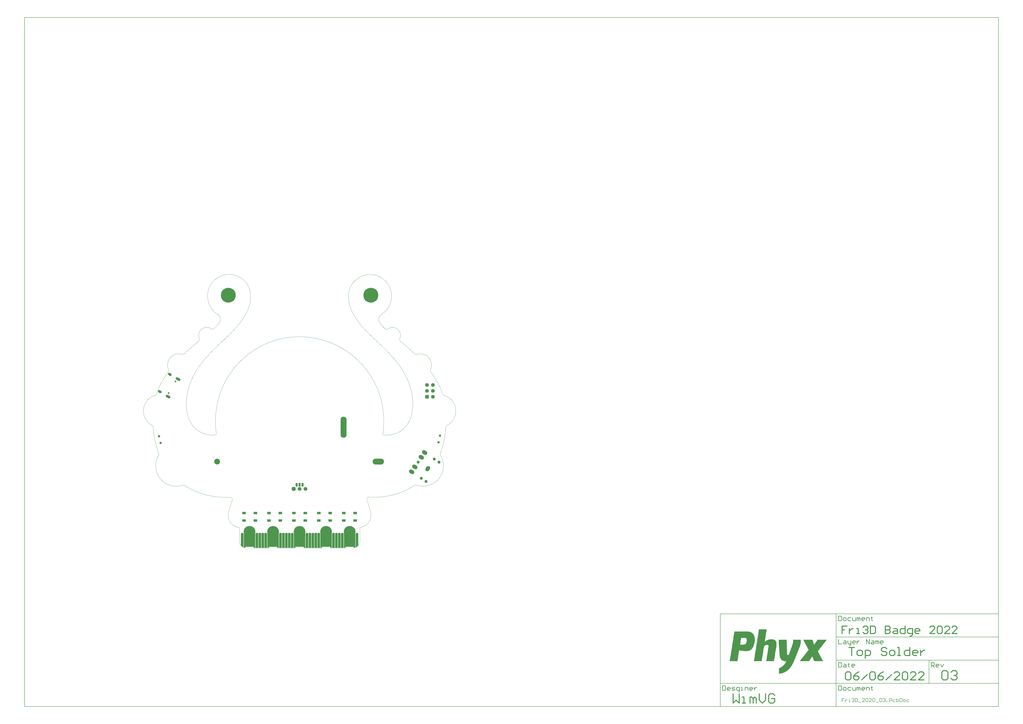
<source format=gts>
G04*
G04 #@! TF.GenerationSoftware,Altium Limited,Altium Designer,22.6.0 (29)*
G04*
G04 Layer_Color=8388736*
%FSLAX25Y25*%
%MOIN*%
G70*
G04*
G04 #@! TF.SameCoordinates,2F1E6D50-AEE9-41E4-90EB-1875A1A680C2*
G04*
G04*
G04 #@! TF.FilePolarity,Negative*
G04*
G01*
G75*
%ADD11C,0.00787*%
%ADD12C,0.01575*%
%ADD14C,0.00394*%
%ADD15C,0.00984*%
%ADD18R,0.15748X0.11811*%
%ADD19R,0.03543X0.06299*%
%ADD20R,0.03543X0.10236*%
%ADD21R,0.06299X0.04331*%
%ADD22O,0.19291X0.09843*%
%ADD23C,0.09843*%
G04:AMPARAMS|DCode=24|XSize=43.31mil|YSize=86.61mil|CornerRadius=0mil|HoleSize=0mil|Usage=FLASHONLY|Rotation=60.000|XOffset=0mil|YOffset=0mil|HoleType=Round|Shape=Round|*
%AMOVALD24*
21,1,0.04331,0.04331,0.00000,0.00000,150.0*
1,1,0.04331,0.01875,-0.01083*
1,1,0.04331,-0.01875,0.01083*
%
%ADD24OVALD24*%

G04:AMPARAMS|DCode=25|XSize=43.31mil|YSize=66.93mil|CornerRadius=0mil|HoleSize=0mil|Usage=FLASHONLY|Rotation=60.000|XOffset=0mil|YOffset=0mil|HoleType=Round|Shape=Round|*
%AMOVALD25*
21,1,0.02362,0.04331,0.00000,0.00000,150.0*
1,1,0.04331,0.01023,-0.00591*
1,1,0.04331,-0.01023,0.00591*
%
%ADD25OVALD25*%

%ADD26C,0.02953*%
%ADD27C,0.05118*%
G04:AMPARAMS|DCode=28|XSize=94.49mil|YSize=66.93mil|CornerRadius=0mil|HoleSize=0mil|Usage=FLASHONLY|Rotation=56.000|XOffset=0mil|YOffset=0mil|HoleType=Round|Shape=Round|*
%AMOVALD28*
21,1,0.02756,0.06693,0.00000,0.00000,56.0*
1,1,0.06693,-0.00771,-0.01142*
1,1,0.06693,0.00771,0.01142*
%
%ADD28OVALD28*%

G04:AMPARAMS|DCode=29|XSize=94.49mil|YSize=66.93mil|CornerRadius=0mil|HoleSize=0mil|Usage=FLASHONLY|Rotation=146.000|XOffset=0mil|YOffset=0mil|HoleType=Round|Shape=Round|*
%AMOVALD29*
21,1,0.02756,0.06693,0.00000,0.00000,146.0*
1,1,0.06693,0.01142,-0.00771*
1,1,0.06693,-0.01142,0.00771*
%
%ADD29OVALD29*%

%ADD30O,0.10236X0.35827*%
%ADD31C,0.03937*%
%ADD32C,0.20079*%
%ADD33C,0.06394*%
G04:AMPARAMS|DCode=34|XSize=63.94mil|YSize=63.94mil|CornerRadius=16.97mil|HoleSize=0mil|Usage=FLASHONLY|Rotation=180.000|XOffset=0mil|YOffset=0mil|HoleType=Round|Shape=RoundedRectangle|*
%AMROUNDEDRECTD34*
21,1,0.06394,0.03000,0,0,180.0*
21,1,0.03000,0.06394,0,0,180.0*
1,1,0.03394,-0.01500,0.01500*
1,1,0.03394,0.01500,0.01500*
1,1,0.03394,0.01500,-0.01500*
1,1,0.03394,-0.01500,-0.01500*
%
%ADD34ROUNDEDRECTD34*%
%ADD35C,0.25197*%
%ADD36C,0.06299*%
%ADD37R,0.06299X0.06299*%
G36*
X72807Y25805D02*
X72815Y25804D01*
X72826Y25802D01*
X72837Y25800D01*
X73717Y25575D01*
X73727Y25571D01*
X73738Y25569D01*
X73745Y25565D01*
X73753Y25562D01*
X73763Y25556D01*
X73772Y25551D01*
X74158Y25311D01*
X74158Y25311D01*
X74158Y25311D01*
X74193Y25290D01*
X74195Y25288D01*
X74197Y25287D01*
X74265Y25242D01*
X74268Y25240D01*
X74270Y25238D01*
X74337Y25191D01*
X74339Y25190D01*
X74341Y25188D01*
X74407Y25139D01*
X74409Y25137D01*
X74411Y25136D01*
X74443Y25111D01*
X74443Y25111D01*
X74443Y25110D01*
X74462Y25095D01*
X74463Y25094D01*
X74464Y25093D01*
X74502Y25063D01*
X74503Y25062D01*
X74504Y25061D01*
X74541Y25030D01*
X74542Y25029D01*
X74543Y25028D01*
X74580Y24996D01*
X74581Y24995D01*
X74582Y24994D01*
X74600Y24978D01*
X74603Y24974D01*
X74607Y24971D01*
X74612Y24964D01*
X74618Y24959D01*
X74622Y24954D01*
X74626Y24949D01*
X74629Y24945D01*
X74632Y24941D01*
X74636Y24934D01*
X74640Y24927D01*
X74643Y24921D01*
X74646Y24916D01*
X74648Y24911D01*
X74650Y24906D01*
X74653Y24899D01*
X74656Y24892D01*
X74667Y24857D01*
X74670Y24846D01*
X74673Y24835D01*
X74674Y24827D01*
X74675Y24819D01*
X74676Y24807D01*
X74677Y24796D01*
Y591D01*
X74673Y552D01*
X74662Y515D01*
X74643Y481D01*
X74619Y451D01*
X74589Y426D01*
X74555Y408D01*
X74518Y397D01*
X74479Y393D01*
X70521D01*
X70482Y397D01*
X70445Y408D01*
X70411Y426D01*
X70381Y451D01*
X70357Y481D01*
X70338Y515D01*
X70327Y552D01*
X70323Y591D01*
Y24796D01*
X70324Y24807D01*
X70325Y24818D01*
X70326Y24826D01*
X70327Y24835D01*
X70330Y24845D01*
X70333Y24856D01*
X70344Y24891D01*
X70349Y24904D01*
X70354Y24916D01*
X70357Y24921D01*
X70359Y24927D01*
X70367Y24938D01*
X70374Y24949D01*
X70378Y24954D01*
X70381Y24959D01*
X70391Y24968D01*
X70400Y24978D01*
X70417Y24994D01*
X70419Y24994D01*
X70420Y24995D01*
X70455Y25027D01*
X70456Y25027D01*
X70458Y25029D01*
X70493Y25059D01*
X70495Y25060D01*
X70496Y25061D01*
X70532Y25091D01*
X70534Y25092D01*
X70535Y25093D01*
X70553Y25108D01*
X70553Y25108D01*
X70553Y25108D01*
X70909Y25390D01*
X70919Y25396D01*
X70927Y25402D01*
X70935Y25406D01*
X70942Y25411D01*
X70952Y25415D01*
X70962Y25419D01*
X71811Y25742D01*
X71821Y25745D01*
X71832Y25749D01*
X71840Y25750D01*
X71848Y25752D01*
X71859Y25753D01*
X71870Y25755D01*
X72777Y25806D01*
X72788Y25805D01*
X72799Y25806D01*
X72807Y25805D01*
D02*
G37*
G36*
X67807D02*
X67815Y25804D01*
X67826Y25802D01*
X67837Y25800D01*
X68717Y25575D01*
X68727Y25571D01*
X68738Y25569D01*
X68745Y25565D01*
X68753Y25562D01*
X68762Y25556D01*
X68772Y25551D01*
X69158Y25311D01*
X69158Y25311D01*
X69158Y25311D01*
X69193Y25290D01*
X69195Y25288D01*
X69197Y25287D01*
X69265Y25242D01*
X69267Y25240D01*
X69270Y25238D01*
X69337Y25191D01*
X69339Y25190D01*
X69341Y25188D01*
X69407Y25139D01*
X69409Y25137D01*
X69411Y25136D01*
X69443Y25111D01*
X69443Y25111D01*
X69443Y25110D01*
X69462Y25095D01*
X69463Y25094D01*
X69464Y25093D01*
X69502Y25063D01*
X69503Y25062D01*
X69504Y25061D01*
X69541Y25030D01*
X69542Y25029D01*
X69543Y25028D01*
X69580Y24996D01*
X69581Y24995D01*
X69582Y24994D01*
X69600Y24978D01*
X69604Y24974D01*
X69608Y24971D01*
X69612Y24964D01*
X69618Y24959D01*
X69622Y24954D01*
X69626Y24949D01*
X69629Y24945D01*
X69632Y24941D01*
X69636Y24934D01*
X69640Y24927D01*
X69643Y24921D01*
X69646Y24916D01*
X69648Y24911D01*
X69650Y24906D01*
X69653Y24899D01*
X69656Y24892D01*
X69667Y24857D01*
X69670Y24846D01*
X69673Y24835D01*
X69674Y24827D01*
X69675Y24819D01*
X69676Y24807D01*
X69677Y24796D01*
Y591D01*
X69673Y552D01*
X69662Y515D01*
X69643Y481D01*
X69619Y451D01*
X69589Y426D01*
X69555Y408D01*
X69517Y397D01*
X69479Y393D01*
X65521D01*
X65482Y397D01*
X65445Y408D01*
X65411Y426D01*
X65381Y451D01*
X65357Y481D01*
X65338Y515D01*
X65327Y552D01*
X65323Y591D01*
Y24796D01*
X65324Y24807D01*
X65325Y24818D01*
X65326Y24826D01*
X65327Y24835D01*
X65330Y24845D01*
X65333Y24856D01*
X65344Y24891D01*
X65349Y24904D01*
X65354Y24916D01*
X65357Y24921D01*
X65359Y24927D01*
X65367Y24938D01*
X65374Y24949D01*
X65378Y24954D01*
X65381Y24959D01*
X65391Y24968D01*
X65400Y24978D01*
X65417Y24994D01*
X65419Y24994D01*
X65420Y24995D01*
X65455Y25027D01*
X65456Y25027D01*
X65457Y25029D01*
X65493Y25059D01*
X65495Y25060D01*
X65496Y25061D01*
X65532Y25091D01*
X65534Y25092D01*
X65535Y25093D01*
X65553Y25108D01*
X65553Y25108D01*
X65553Y25108D01*
X65909Y25390D01*
X65919Y25396D01*
X65927Y25402D01*
X65935Y25406D01*
X65942Y25411D01*
X65952Y25415D01*
X65962Y25419D01*
X66811Y25742D01*
X66821Y25745D01*
X66832Y25749D01*
X66840Y25750D01*
X66848Y25752D01*
X66859Y25753D01*
X66870Y25755D01*
X67777Y25806D01*
X67788Y25805D01*
X67799Y25806D01*
X67807Y25805D01*
D02*
G37*
G36*
X62807D02*
X62815Y25804D01*
X62826Y25802D01*
X62837Y25800D01*
X63717Y25575D01*
X63727Y25571D01*
X63737Y25569D01*
X63745Y25565D01*
X63753Y25562D01*
X63762Y25556D01*
X63772Y25551D01*
X64158Y25311D01*
X64158Y25311D01*
X64158Y25311D01*
X64193Y25290D01*
X64195Y25288D01*
X64197Y25287D01*
X64265Y25242D01*
X64267Y25240D01*
X64270Y25238D01*
X64337Y25191D01*
X64339Y25190D01*
X64341Y25188D01*
X64407Y25139D01*
X64409Y25137D01*
X64411Y25136D01*
X64443Y25111D01*
X64443Y25111D01*
X64443Y25110D01*
X64462Y25095D01*
X64463Y25094D01*
X64464Y25093D01*
X64502Y25063D01*
X64503Y25062D01*
X64504Y25061D01*
X64541Y25030D01*
X64542Y25029D01*
X64543Y25028D01*
X64580Y24996D01*
X64581Y24995D01*
X64582Y24994D01*
X64600Y24978D01*
X64604Y24974D01*
X64608Y24971D01*
X64613Y24964D01*
X64618Y24959D01*
X64622Y24954D01*
X64626Y24949D01*
X64629Y24945D01*
X64632Y24941D01*
X64636Y24934D01*
X64640Y24927D01*
X64643Y24921D01*
X64646Y24916D01*
X64648Y24911D01*
X64650Y24906D01*
X64653Y24899D01*
X64656Y24892D01*
X64667Y24857D01*
X64670Y24846D01*
X64673Y24835D01*
X64674Y24827D01*
X64675Y24819D01*
X64676Y24807D01*
X64677Y24796D01*
Y591D01*
X64673Y552D01*
X64662Y515D01*
X64643Y481D01*
X64619Y451D01*
X64589Y426D01*
X64555Y408D01*
X64517Y397D01*
X64479Y393D01*
X60521D01*
X60483Y397D01*
X60445Y408D01*
X60411Y426D01*
X60381Y451D01*
X60357Y481D01*
X60338Y515D01*
X60327Y552D01*
X60323Y591D01*
Y24796D01*
X60324Y24807D01*
X60325Y24818D01*
X60326Y24826D01*
X60327Y24835D01*
X60330Y24845D01*
X60333Y24856D01*
X60344Y24891D01*
X60349Y24904D01*
X60354Y24916D01*
X60357Y24921D01*
X60359Y24927D01*
X60367Y24938D01*
X60374Y24949D01*
X60378Y24954D01*
X60382Y24959D01*
X60391Y24968D01*
X60400Y24978D01*
X60417Y24994D01*
X60419Y24994D01*
X60420Y24995D01*
X60455Y25027D01*
X60456Y25027D01*
X60457Y25029D01*
X60493Y25059D01*
X60495Y25060D01*
X60496Y25061D01*
X60532Y25091D01*
X60534Y25092D01*
X60535Y25093D01*
X60553Y25108D01*
X60553Y25108D01*
X60553Y25108D01*
X60909Y25390D01*
X60919Y25396D01*
X60927Y25402D01*
X60935Y25406D01*
X60942Y25411D01*
X60952Y25415D01*
X60962Y25419D01*
X61811Y25742D01*
X61821Y25745D01*
X61832Y25749D01*
X61840Y25750D01*
X61848Y25752D01*
X61859Y25753D01*
X61870Y25755D01*
X62777Y25806D01*
X62788Y25805D01*
X62799Y25806D01*
X62807Y25805D01*
D02*
G37*
G36*
X57807D02*
X57815Y25804D01*
X57826Y25802D01*
X57837Y25800D01*
X58717Y25575D01*
X58727Y25571D01*
X58737Y25569D01*
X58745Y25565D01*
X58753Y25562D01*
X58763Y25556D01*
X58772Y25551D01*
X59158Y25311D01*
X59158Y25311D01*
X59158Y25311D01*
X59193Y25290D01*
X59195Y25288D01*
X59197Y25287D01*
X59265Y25242D01*
X59267Y25240D01*
X59270Y25238D01*
X59337Y25191D01*
X59339Y25190D01*
X59341Y25188D01*
X59407Y25139D01*
X59409Y25137D01*
X59411Y25136D01*
X59443Y25111D01*
X59443Y25111D01*
X59443Y25110D01*
X59462Y25095D01*
X59463Y25094D01*
X59464Y25093D01*
X59502Y25063D01*
X59503Y25062D01*
X59504Y25061D01*
X59541Y25030D01*
X59542Y25029D01*
X59544Y25028D01*
X59580Y24996D01*
X59581Y24995D01*
X59582Y24994D01*
X59600Y24978D01*
X59604Y24974D01*
X59607Y24971D01*
X59613Y24964D01*
X59618Y24959D01*
X59622Y24954D01*
X59626Y24949D01*
X59629Y24945D01*
X59632Y24941D01*
X59636Y24934D01*
X59640Y24927D01*
X59643Y24921D01*
X59646Y24916D01*
X59648Y24911D01*
X59650Y24906D01*
X59653Y24899D01*
X59656Y24892D01*
X59667Y24857D01*
X59670Y24846D01*
X59673Y24835D01*
X59674Y24827D01*
X59675Y24819D01*
X59676Y24807D01*
X59677Y24796D01*
Y591D01*
X59673Y552D01*
X59662Y515D01*
X59643Y481D01*
X59619Y451D01*
X59589Y426D01*
X59555Y408D01*
X59518Y397D01*
X59479Y393D01*
X55521D01*
X55483Y397D01*
X55445Y408D01*
X55411Y426D01*
X55381Y451D01*
X55357Y481D01*
X55338Y515D01*
X55327Y552D01*
X55323Y591D01*
Y24796D01*
X55324Y24807D01*
X55325Y24818D01*
X55326Y24826D01*
X55327Y24835D01*
X55330Y24845D01*
X55333Y24856D01*
X55344Y24891D01*
X55349Y24904D01*
X55354Y24916D01*
X55357Y24921D01*
X55359Y24927D01*
X55367Y24938D01*
X55374Y24949D01*
X55378Y24954D01*
X55382Y24959D01*
X55391Y24968D01*
X55400Y24978D01*
X55417Y24994D01*
X55419Y24994D01*
X55420Y24995D01*
X55455Y25027D01*
X55456Y25027D01*
X55458Y25029D01*
X55493Y25059D01*
X55495Y25060D01*
X55496Y25061D01*
X55532Y25091D01*
X55534Y25092D01*
X55535Y25093D01*
X55553Y25108D01*
X55553Y25108D01*
X55553Y25108D01*
X55909Y25390D01*
X55919Y25396D01*
X55927Y25402D01*
X55935Y25406D01*
X55942Y25411D01*
X55952Y25415D01*
X55962Y25419D01*
X56811Y25742D01*
X56821Y25745D01*
X56832Y25749D01*
X56840Y25750D01*
X56848Y25752D01*
X56859Y25753D01*
X56870Y25755D01*
X57777Y25806D01*
X57788Y25805D01*
X57798Y25806D01*
X57807Y25805D01*
D02*
G37*
G36*
X32807D02*
X32815Y25804D01*
X32826Y25802D01*
X32837Y25800D01*
X33717Y25575D01*
X33727Y25571D01*
X33737Y25569D01*
X33745Y25565D01*
X33753Y25562D01*
X33762Y25556D01*
X33772Y25551D01*
X34158Y25311D01*
X34158Y25311D01*
X34158Y25311D01*
X34193Y25290D01*
X34195Y25288D01*
X34197Y25287D01*
X34265Y25242D01*
X34268Y25240D01*
X34270Y25238D01*
X34337Y25191D01*
X34339Y25190D01*
X34341Y25188D01*
X34407Y25139D01*
X34409Y25137D01*
X34411Y25136D01*
X34443Y25111D01*
X34443Y25111D01*
X34443Y25110D01*
X34462Y25095D01*
X34463Y25094D01*
X34464Y25093D01*
X34502Y25063D01*
X34503Y25062D01*
X34504Y25061D01*
X34541Y25030D01*
X34542Y25029D01*
X34543Y25028D01*
X34580Y24996D01*
X34581Y24995D01*
X34582Y24994D01*
X34600Y24978D01*
X34604Y24974D01*
X34607Y24971D01*
X34613Y24964D01*
X34618Y24959D01*
X34622Y24954D01*
X34626Y24949D01*
X34629Y24945D01*
X34632Y24941D01*
X34636Y24934D01*
X34640Y24927D01*
X34643Y24921D01*
X34646Y24916D01*
X34648Y24911D01*
X34650Y24906D01*
X34653Y24899D01*
X34656Y24892D01*
X34667Y24857D01*
X34670Y24846D01*
X34673Y24835D01*
X34674Y24827D01*
X34675Y24819D01*
X34676Y24807D01*
X34677Y24796D01*
Y591D01*
X34673Y552D01*
X34662Y515D01*
X34643Y481D01*
X34619Y451D01*
X34589Y426D01*
X34555Y408D01*
X34517Y397D01*
X34479Y393D01*
X30521D01*
X30483Y397D01*
X30445Y408D01*
X30411Y426D01*
X30381Y451D01*
X30357Y481D01*
X30338Y515D01*
X30327Y552D01*
X30323Y591D01*
Y24796D01*
X30324Y24807D01*
X30325Y24818D01*
X30326Y24826D01*
X30327Y24835D01*
X30330Y24845D01*
X30333Y24856D01*
X30344Y24891D01*
X30349Y24904D01*
X30354Y24916D01*
X30357Y24921D01*
X30359Y24927D01*
X30367Y24938D01*
X30374Y24949D01*
X30378Y24954D01*
X30382Y24959D01*
X30391Y24968D01*
X30400Y24978D01*
X30417Y24994D01*
X30419Y24994D01*
X30420Y24995D01*
X30455Y25027D01*
X30456Y25027D01*
X30457Y25029D01*
X30494Y25059D01*
X30495Y25060D01*
X30496Y25061D01*
X30532Y25091D01*
X30534Y25092D01*
X30535Y25093D01*
X30553Y25108D01*
X30553Y25108D01*
X30553Y25108D01*
X30909Y25390D01*
X30919Y25396D01*
X30927Y25402D01*
X30935Y25406D01*
X30942Y25411D01*
X30952Y25415D01*
X30962Y25419D01*
X31811Y25742D01*
X31821Y25745D01*
X31832Y25749D01*
X31840Y25750D01*
X31848Y25752D01*
X31859Y25753D01*
X31870Y25755D01*
X32777Y25806D01*
X32788Y25805D01*
X32798Y25806D01*
X32807Y25805D01*
D02*
G37*
G36*
X27807D02*
X27815Y25804D01*
X27826Y25802D01*
X27837Y25800D01*
X28717Y25575D01*
X28727Y25571D01*
X28738Y25569D01*
X28745Y25565D01*
X28753Y25562D01*
X28763Y25556D01*
X28772Y25551D01*
X29158Y25311D01*
X29158Y25311D01*
X29158Y25311D01*
X29193Y25290D01*
X29195Y25288D01*
X29197Y25287D01*
X29265Y25242D01*
X29267Y25240D01*
X29270Y25238D01*
X29337Y25191D01*
X29339Y25190D01*
X29341Y25188D01*
X29407Y25139D01*
X29409Y25137D01*
X29411Y25136D01*
X29443Y25111D01*
X29443Y25111D01*
X29443Y25110D01*
X29462Y25095D01*
X29463Y25094D01*
X29464Y25093D01*
X29502Y25063D01*
X29503Y25062D01*
X29504Y25061D01*
X29541Y25030D01*
X29542Y25029D01*
X29544Y25028D01*
X29580Y24996D01*
X29581Y24995D01*
X29582Y24994D01*
X29600Y24978D01*
X29603Y24974D01*
X29607Y24971D01*
X29612Y24964D01*
X29618Y24959D01*
X29622Y24954D01*
X29626Y24949D01*
X29629Y24945D01*
X29632Y24941D01*
X29636Y24934D01*
X29640Y24927D01*
X29643Y24921D01*
X29646Y24916D01*
X29648Y24911D01*
X29650Y24906D01*
X29653Y24899D01*
X29656Y24892D01*
X29667Y24857D01*
X29670Y24846D01*
X29673Y24835D01*
X29674Y24827D01*
X29675Y24819D01*
X29676Y24807D01*
X29677Y24796D01*
Y591D01*
X29673Y552D01*
X29662Y515D01*
X29643Y481D01*
X29619Y451D01*
X29589Y426D01*
X29555Y408D01*
X29517Y397D01*
X29479Y393D01*
X25521D01*
X25482Y397D01*
X25445Y408D01*
X25411Y426D01*
X25381Y451D01*
X25357Y481D01*
X25338Y515D01*
X25327Y552D01*
X25323Y591D01*
Y24796D01*
X25324Y24807D01*
X25325Y24818D01*
X25326Y24826D01*
X25327Y24835D01*
X25330Y24845D01*
X25333Y24856D01*
X25344Y24891D01*
X25349Y24904D01*
X25354Y24916D01*
X25357Y24921D01*
X25359Y24927D01*
X25367Y24938D01*
X25374Y24949D01*
X25378Y24954D01*
X25381Y24959D01*
X25391Y24968D01*
X25400Y24978D01*
X25417Y24994D01*
X25419Y24994D01*
X25420Y24995D01*
X25455Y25027D01*
X25456Y25027D01*
X25458Y25029D01*
X25493Y25059D01*
X25495Y25060D01*
X25496Y25061D01*
X25532Y25091D01*
X25534Y25092D01*
X25535Y25093D01*
X25553Y25108D01*
X25553Y25108D01*
X25553Y25108D01*
X25909Y25390D01*
X25919Y25396D01*
X25927Y25402D01*
X25935Y25406D01*
X25942Y25411D01*
X25952Y25415D01*
X25962Y25419D01*
X26811Y25742D01*
X26821Y25745D01*
X26832Y25749D01*
X26840Y25750D01*
X26848Y25752D01*
X26859Y25753D01*
X26870Y25755D01*
X27777Y25806D01*
X27788Y25805D01*
X27799Y25806D01*
X27807Y25805D01*
D02*
G37*
G36*
X22807D02*
X22815Y25804D01*
X22826Y25802D01*
X22837Y25800D01*
X23717Y25575D01*
X23727Y25571D01*
X23738Y25569D01*
X23745Y25565D01*
X23753Y25562D01*
X23763Y25556D01*
X23772Y25551D01*
X24158Y25311D01*
X24158Y25311D01*
X24158Y25311D01*
X24193Y25290D01*
X24195Y25288D01*
X24197Y25287D01*
X24265Y25242D01*
X24268Y25240D01*
X24270Y25238D01*
X24337Y25191D01*
X24339Y25190D01*
X24341Y25188D01*
X24407Y25139D01*
X24409Y25137D01*
X24411Y25136D01*
X24443Y25111D01*
X24443Y25111D01*
X24443Y25110D01*
X24462Y25095D01*
X24463Y25094D01*
X24464Y25093D01*
X24502Y25063D01*
X24503Y25062D01*
X24504Y25061D01*
X24541Y25030D01*
X24542Y25029D01*
X24543Y25028D01*
X24580Y24996D01*
X24581Y24995D01*
X24582Y24994D01*
X24600Y24978D01*
X24603Y24974D01*
X24608Y24971D01*
X24612Y24964D01*
X24618Y24959D01*
X24622Y24954D01*
X24626Y24949D01*
X24629Y24945D01*
X24632Y24941D01*
X24636Y24934D01*
X24640Y24927D01*
X24643Y24921D01*
X24646Y24916D01*
X24648Y24911D01*
X24650Y24906D01*
X24653Y24899D01*
X24656Y24892D01*
X24667Y24857D01*
X24670Y24846D01*
X24673Y24835D01*
X24674Y24827D01*
X24675Y24819D01*
X24676Y24807D01*
X24677Y24796D01*
Y591D01*
X24673Y552D01*
X24662Y515D01*
X24643Y481D01*
X24619Y451D01*
X24589Y426D01*
X24555Y408D01*
X24518Y397D01*
X24479Y393D01*
X20521D01*
X20482Y397D01*
X20445Y408D01*
X20411Y426D01*
X20381Y451D01*
X20357Y481D01*
X20338Y515D01*
X20327Y552D01*
X20323Y591D01*
Y24796D01*
X20324Y24807D01*
X20325Y24818D01*
X20326Y24826D01*
X20327Y24835D01*
X20330Y24845D01*
X20333Y24856D01*
X20344Y24891D01*
X20349Y24904D01*
X20354Y24916D01*
X20357Y24921D01*
X20359Y24927D01*
X20367Y24938D01*
X20374Y24949D01*
X20378Y24954D01*
X20381Y24959D01*
X20391Y24968D01*
X20400Y24978D01*
X20417Y24994D01*
X20419Y24994D01*
X20420Y24995D01*
X20455Y25027D01*
X20456Y25027D01*
X20458Y25029D01*
X20493Y25059D01*
X20495Y25060D01*
X20496Y25061D01*
X20532Y25091D01*
X20534Y25092D01*
X20535Y25093D01*
X20553Y25108D01*
X20553Y25108D01*
X20553Y25108D01*
X20909Y25390D01*
X20919Y25396D01*
X20927Y25402D01*
X20935Y25406D01*
X20942Y25411D01*
X20952Y25415D01*
X20962Y25419D01*
X21811Y25742D01*
X21821Y25745D01*
X21832Y25749D01*
X21840Y25750D01*
X21848Y25752D01*
X21859Y25753D01*
X21870Y25755D01*
X22777Y25806D01*
X22788Y25805D01*
X22798Y25806D01*
X22807Y25805D01*
D02*
G37*
G36*
X17807D02*
X17815Y25804D01*
X17826Y25802D01*
X17837Y25800D01*
X18717Y25575D01*
X18727Y25571D01*
X18737Y25569D01*
X18745Y25565D01*
X18753Y25562D01*
X18763Y25556D01*
X18772Y25551D01*
X19158Y25311D01*
X19158Y25311D01*
X19158Y25311D01*
X19193Y25290D01*
X19195Y25288D01*
X19197Y25287D01*
X19265Y25242D01*
X19267Y25240D01*
X19270Y25238D01*
X19337Y25191D01*
X19339Y25190D01*
X19341Y25188D01*
X19407Y25139D01*
X19409Y25137D01*
X19411Y25136D01*
X19443Y25111D01*
X19443Y25111D01*
X19443Y25110D01*
X19462Y25095D01*
X19463Y25094D01*
X19464Y25093D01*
X19502Y25063D01*
X19503Y25062D01*
X19504Y25061D01*
X19541Y25030D01*
X19542Y25029D01*
X19544Y25028D01*
X19580Y24996D01*
X19581Y24995D01*
X19582Y24994D01*
X19600Y24978D01*
X19603Y24974D01*
X19608Y24971D01*
X19613Y24964D01*
X19618Y24959D01*
X19622Y24954D01*
X19626Y24949D01*
X19629Y24945D01*
X19632Y24941D01*
X19636Y24934D01*
X19640Y24927D01*
X19643Y24921D01*
X19646Y24916D01*
X19648Y24911D01*
X19650Y24906D01*
X19653Y24899D01*
X19656Y24892D01*
X19667Y24857D01*
X19670Y24846D01*
X19673Y24835D01*
X19674Y24827D01*
X19675Y24819D01*
X19676Y24807D01*
X19677Y24796D01*
Y591D01*
X19673Y552D01*
X19662Y515D01*
X19643Y481D01*
X19619Y451D01*
X19589Y426D01*
X19555Y408D01*
X19518Y397D01*
X19479Y393D01*
X15521D01*
X15483Y397D01*
X15445Y408D01*
X15411Y426D01*
X15381Y451D01*
X15357Y481D01*
X15338Y515D01*
X15327Y552D01*
X15323Y591D01*
Y24796D01*
X15324Y24807D01*
X15325Y24818D01*
X15326Y24826D01*
X15327Y24835D01*
X15330Y24845D01*
X15333Y24856D01*
X15344Y24891D01*
X15349Y24904D01*
X15354Y24916D01*
X15357Y24921D01*
X15359Y24927D01*
X15367Y24938D01*
X15374Y24949D01*
X15378Y24954D01*
X15382Y24959D01*
X15391Y24968D01*
X15400Y24978D01*
X15417Y24994D01*
X15419Y24994D01*
X15420Y24995D01*
X15455Y25027D01*
X15456Y25027D01*
X15458Y25029D01*
X15494Y25059D01*
X15495Y25060D01*
X15496Y25061D01*
X15532Y25091D01*
X15534Y25092D01*
X15535Y25093D01*
X15553Y25108D01*
X15553Y25108D01*
X15553Y25108D01*
X15909Y25390D01*
X15919Y25396D01*
X15927Y25402D01*
X15935Y25406D01*
X15942Y25411D01*
X15952Y25415D01*
X15962Y25419D01*
X16811Y25742D01*
X16821Y25745D01*
X16832Y25749D01*
X16840Y25750D01*
X16848Y25752D01*
X16859Y25753D01*
X16870Y25755D01*
X17777Y25806D01*
X17788Y25805D01*
X17798Y25806D01*
X17807Y25805D01*
D02*
G37*
G36*
X12807D02*
X12815Y25804D01*
X12826Y25802D01*
X12837Y25800D01*
X13717Y25575D01*
X13727Y25571D01*
X13737Y25569D01*
X13745Y25565D01*
X13753Y25562D01*
X13762Y25556D01*
X13772Y25551D01*
X14158Y25311D01*
X14158Y25311D01*
X14158Y25311D01*
X14193Y25290D01*
X14195Y25288D01*
X14197Y25287D01*
X14265Y25242D01*
X14267Y25240D01*
X14270Y25238D01*
X14337Y25191D01*
X14339Y25190D01*
X14341Y25188D01*
X14407Y25139D01*
X14409Y25137D01*
X14411Y25136D01*
X14443Y25111D01*
X14443Y25111D01*
X14443Y25110D01*
X14462Y25095D01*
X14463Y25094D01*
X14464Y25093D01*
X14502Y25063D01*
X14503Y25062D01*
X14504Y25061D01*
X14541Y25030D01*
X14542Y25029D01*
X14544Y25028D01*
X14580Y24996D01*
X14581Y24995D01*
X14582Y24994D01*
X14600Y24978D01*
X14604Y24974D01*
X14607Y24971D01*
X14613Y24964D01*
X14618Y24959D01*
X14622Y24954D01*
X14626Y24949D01*
X14629Y24945D01*
X14632Y24941D01*
X14636Y24934D01*
X14640Y24927D01*
X14643Y24921D01*
X14646Y24916D01*
X14648Y24911D01*
X14650Y24906D01*
X14653Y24899D01*
X14656Y24892D01*
X14667Y24857D01*
X14670Y24846D01*
X14673Y24835D01*
X14674Y24827D01*
X14675Y24819D01*
X14676Y24807D01*
X14677Y24796D01*
Y591D01*
X14673Y552D01*
X14662Y515D01*
X14643Y481D01*
X14619Y451D01*
X14589Y426D01*
X14555Y408D01*
X14517Y397D01*
X14479Y393D01*
X10521D01*
X10482Y397D01*
X10445Y408D01*
X10411Y426D01*
X10381Y451D01*
X10357Y481D01*
X10338Y515D01*
X10327Y552D01*
X10323Y591D01*
Y24796D01*
X10324Y24807D01*
X10325Y24818D01*
X10326Y24826D01*
X10327Y24835D01*
X10330Y24845D01*
X10333Y24856D01*
X10344Y24891D01*
X10349Y24904D01*
X10354Y24916D01*
X10357Y24921D01*
X10359Y24927D01*
X10367Y24938D01*
X10374Y24949D01*
X10378Y24954D01*
X10381Y24959D01*
X10391Y24968D01*
X10400Y24978D01*
X10417Y24994D01*
X10419Y24994D01*
X10420Y24995D01*
X10455Y25027D01*
X10456Y25027D01*
X10458Y25029D01*
X10493Y25059D01*
X10495Y25060D01*
X10496Y25061D01*
X10532Y25091D01*
X10534Y25092D01*
X10535Y25093D01*
X10553Y25108D01*
X10553Y25108D01*
X10553Y25108D01*
X10909Y25390D01*
X10919Y25396D01*
X10927Y25402D01*
X10935Y25406D01*
X10942Y25411D01*
X10952Y25415D01*
X10962Y25419D01*
X11811Y25742D01*
X11821Y25745D01*
X11832Y25749D01*
X11840Y25750D01*
X11848Y25752D01*
X11859Y25753D01*
X11870Y25755D01*
X12777Y25806D01*
X12788Y25805D01*
X12799Y25806D01*
X12807Y25805D01*
D02*
G37*
G36*
X-12193D02*
X-12185Y25804D01*
X-12174Y25802D01*
X-12163Y25800D01*
X-11283Y25575D01*
X-11273Y25571D01*
X-11263Y25569D01*
X-11255Y25565D01*
X-11247Y25562D01*
X-11237Y25556D01*
X-11228Y25551D01*
X-10842Y25311D01*
X-10842Y25311D01*
X-10842Y25311D01*
X-10807Y25290D01*
X-10805Y25288D01*
X-10803Y25287D01*
X-10735Y25242D01*
X-10733Y25240D01*
X-10730Y25238D01*
X-10663Y25191D01*
X-10661Y25190D01*
X-10659Y25188D01*
X-10593Y25139D01*
X-10591Y25137D01*
X-10589Y25136D01*
X-10557Y25111D01*
X-10557Y25111D01*
X-10557Y25110D01*
X-10538Y25095D01*
X-10537Y25094D01*
X-10536Y25093D01*
X-10498Y25063D01*
X-10497Y25062D01*
X-10496Y25061D01*
X-10459Y25030D01*
X-10458Y25029D01*
X-10457Y25028D01*
X-10420Y24996D01*
X-10419Y24995D01*
X-10418Y24994D01*
X-10400Y24978D01*
X-10396Y24974D01*
X-10392Y24971D01*
X-10387Y24964D01*
X-10382Y24959D01*
X-10378Y24954D01*
X-10374Y24949D01*
X-10371Y24945D01*
X-10368Y24941D01*
X-10364Y24934D01*
X-10360Y24927D01*
X-10357Y24921D01*
X-10354Y24916D01*
X-10352Y24911D01*
X-10350Y24906D01*
X-10347Y24899D01*
X-10344Y24892D01*
X-10333Y24857D01*
X-10330Y24846D01*
X-10327Y24835D01*
X-10326Y24827D01*
X-10325Y24819D01*
X-10324Y24807D01*
X-10323Y24796D01*
Y591D01*
X-10327Y552D01*
X-10338Y515D01*
X-10357Y481D01*
X-10381Y451D01*
X-10411Y426D01*
X-10445Y408D01*
X-10482Y397D01*
X-10521Y393D01*
X-14479D01*
X-14517Y397D01*
X-14555Y408D01*
X-14589Y426D01*
X-14619Y451D01*
X-14643Y481D01*
X-14662Y515D01*
X-14673Y552D01*
X-14677Y591D01*
Y24796D01*
X-14676Y24807D01*
X-14675Y24818D01*
X-14674Y24826D01*
X-14673Y24835D01*
X-14670Y24845D01*
X-14667Y24856D01*
X-14656Y24891D01*
X-14651Y24904D01*
X-14646Y24916D01*
X-14643Y24921D01*
X-14641Y24927D01*
X-14633Y24938D01*
X-14626Y24949D01*
X-14622Y24954D01*
X-14618Y24959D01*
X-14609Y24968D01*
X-14600Y24978D01*
X-14583Y24994D01*
X-14581Y24994D01*
X-14580Y24995D01*
X-14545Y25027D01*
X-14544Y25027D01*
X-14543Y25029D01*
X-14506Y25059D01*
X-14505Y25060D01*
X-14504Y25061D01*
X-14468Y25091D01*
X-14466Y25092D01*
X-14465Y25093D01*
X-14447Y25108D01*
X-14447Y25108D01*
X-14447Y25108D01*
X-14091Y25390D01*
X-14081Y25396D01*
X-14073Y25402D01*
X-14065Y25406D01*
X-14058Y25411D01*
X-14048Y25415D01*
X-14038Y25419D01*
X-13189Y25742D01*
X-13179Y25745D01*
X-13168Y25749D01*
X-13160Y25750D01*
X-13152Y25752D01*
X-13141Y25753D01*
X-13130Y25755D01*
X-12223Y25806D01*
X-12212Y25805D01*
X-12201Y25806D01*
X-12193Y25805D01*
D02*
G37*
G36*
X-17193D02*
X-17185Y25804D01*
X-17174Y25802D01*
X-17163Y25800D01*
X-16283Y25575D01*
X-16273Y25571D01*
X-16262Y25569D01*
X-16255Y25565D01*
X-16247Y25562D01*
X-16238Y25556D01*
X-16228Y25551D01*
X-15842Y25311D01*
X-15842Y25311D01*
X-15842Y25311D01*
X-15807Y25290D01*
X-15805Y25288D01*
X-15803Y25287D01*
X-15735Y25242D01*
X-15732Y25240D01*
X-15730Y25238D01*
X-15663Y25191D01*
X-15661Y25190D01*
X-15659Y25188D01*
X-15593Y25139D01*
X-15591Y25137D01*
X-15589Y25136D01*
X-15557Y25111D01*
X-15557Y25111D01*
X-15557Y25110D01*
X-15538Y25095D01*
X-15537Y25094D01*
X-15536Y25093D01*
X-15498Y25063D01*
X-15497Y25062D01*
X-15496Y25061D01*
X-15459Y25030D01*
X-15458Y25029D01*
X-15457Y25028D01*
X-15420Y24996D01*
X-15419Y24995D01*
X-15418Y24994D01*
X-15400Y24978D01*
X-15396Y24974D01*
X-15393Y24971D01*
X-15387Y24964D01*
X-15382Y24959D01*
X-15378Y24954D01*
X-15374Y24949D01*
X-15371Y24945D01*
X-15368Y24941D01*
X-15364Y24934D01*
X-15360Y24927D01*
X-15357Y24921D01*
X-15354Y24916D01*
X-15352Y24911D01*
X-15350Y24906D01*
X-15347Y24899D01*
X-15344Y24892D01*
X-15333Y24857D01*
X-15330Y24846D01*
X-15327Y24835D01*
X-15326Y24827D01*
X-15325Y24819D01*
X-15324Y24807D01*
X-15323Y24796D01*
Y591D01*
X-15327Y552D01*
X-15338Y515D01*
X-15357Y481D01*
X-15381Y451D01*
X-15411Y426D01*
X-15445Y408D01*
X-15483Y397D01*
X-15521Y393D01*
X-19479D01*
X-19518Y397D01*
X-19555Y408D01*
X-19589Y426D01*
X-19619Y451D01*
X-19643Y481D01*
X-19662Y515D01*
X-19673Y552D01*
X-19677Y591D01*
Y24796D01*
X-19676Y24807D01*
X-19675Y24818D01*
X-19674Y24826D01*
X-19673Y24835D01*
X-19670Y24845D01*
X-19667Y24856D01*
X-19656Y24891D01*
X-19651Y24904D01*
X-19646Y24916D01*
X-19643Y24921D01*
X-19641Y24927D01*
X-19633Y24938D01*
X-19626Y24949D01*
X-19622Y24954D01*
X-19618Y24959D01*
X-19609Y24968D01*
X-19600Y24978D01*
X-19583Y24994D01*
X-19581Y24994D01*
X-19580Y24995D01*
X-19545Y25027D01*
X-19544Y25027D01*
X-19543Y25029D01*
X-19507Y25059D01*
X-19505Y25060D01*
X-19504Y25061D01*
X-19468Y25091D01*
X-19466Y25092D01*
X-19465Y25093D01*
X-19447Y25108D01*
X-19447Y25108D01*
X-19447Y25108D01*
X-19091Y25390D01*
X-19081Y25396D01*
X-19073Y25402D01*
X-19065Y25406D01*
X-19058Y25411D01*
X-19048Y25415D01*
X-19038Y25419D01*
X-18189Y25742D01*
X-18179Y25745D01*
X-18168Y25749D01*
X-18160Y25750D01*
X-18152Y25752D01*
X-18141Y25753D01*
X-18130Y25755D01*
X-17223Y25806D01*
X-17212Y25805D01*
X-17201Y25806D01*
X-17193Y25805D01*
D02*
G37*
G36*
X-22193D02*
X-22185Y25804D01*
X-22174Y25802D01*
X-22163Y25800D01*
X-21283Y25575D01*
X-21273Y25571D01*
X-21262Y25569D01*
X-21255Y25565D01*
X-21247Y25562D01*
X-21238Y25556D01*
X-21228Y25551D01*
X-20842Y25311D01*
X-20842Y25311D01*
X-20842Y25311D01*
X-20807Y25290D01*
X-20805Y25288D01*
X-20803Y25287D01*
X-20735Y25242D01*
X-20732Y25240D01*
X-20730Y25238D01*
X-20663Y25191D01*
X-20661Y25190D01*
X-20659Y25188D01*
X-20593Y25139D01*
X-20591Y25137D01*
X-20589Y25136D01*
X-20557Y25111D01*
X-20557Y25111D01*
X-20557Y25110D01*
X-20538Y25095D01*
X-20537Y25094D01*
X-20536Y25093D01*
X-20498Y25063D01*
X-20497Y25062D01*
X-20496Y25061D01*
X-20459Y25030D01*
X-20458Y25029D01*
X-20457Y25028D01*
X-20420Y24996D01*
X-20419Y24995D01*
X-20418Y24994D01*
X-20400Y24978D01*
X-20396Y24974D01*
X-20392Y24971D01*
X-20388Y24964D01*
X-20382Y24959D01*
X-20378Y24954D01*
X-20374Y24949D01*
X-20371Y24945D01*
X-20368Y24941D01*
X-20364Y24934D01*
X-20360Y24927D01*
X-20357Y24921D01*
X-20354Y24916D01*
X-20352Y24911D01*
X-20350Y24906D01*
X-20347Y24899D01*
X-20344Y24892D01*
X-20333Y24857D01*
X-20330Y24846D01*
X-20327Y24835D01*
X-20326Y24827D01*
X-20325Y24819D01*
X-20324Y24807D01*
X-20323Y24796D01*
Y591D01*
X-20327Y552D01*
X-20338Y515D01*
X-20357Y481D01*
X-20381Y451D01*
X-20411Y426D01*
X-20445Y408D01*
X-20482Y397D01*
X-20521Y393D01*
X-24479D01*
X-24518Y397D01*
X-24555Y408D01*
X-24589Y426D01*
X-24619Y451D01*
X-24643Y481D01*
X-24662Y515D01*
X-24673Y552D01*
X-24677Y591D01*
Y24796D01*
X-24676Y24807D01*
X-24675Y24818D01*
X-24674Y24826D01*
X-24673Y24835D01*
X-24670Y24845D01*
X-24667Y24856D01*
X-24656Y24891D01*
X-24651Y24904D01*
X-24646Y24916D01*
X-24643Y24921D01*
X-24641Y24927D01*
X-24633Y24938D01*
X-24626Y24949D01*
X-24622Y24954D01*
X-24619Y24959D01*
X-24609Y24968D01*
X-24600Y24978D01*
X-24583Y24994D01*
X-24581Y24994D01*
X-24580Y24995D01*
X-24545Y25027D01*
X-24544Y25027D01*
X-24543Y25029D01*
X-24507Y25059D01*
X-24505Y25060D01*
X-24504Y25061D01*
X-24468Y25091D01*
X-24466Y25092D01*
X-24465Y25093D01*
X-24447Y25108D01*
X-24447Y25108D01*
X-24447Y25108D01*
X-24091Y25390D01*
X-24081Y25396D01*
X-24073Y25402D01*
X-24065Y25406D01*
X-24058Y25411D01*
X-24048Y25415D01*
X-24038Y25419D01*
X-23189Y25742D01*
X-23179Y25745D01*
X-23168Y25749D01*
X-23160Y25750D01*
X-23152Y25752D01*
X-23141Y25753D01*
X-23130Y25755D01*
X-22223Y25806D01*
X-22212Y25805D01*
X-22201Y25806D01*
X-22193Y25805D01*
D02*
G37*
G36*
X-27193D02*
X-27185Y25804D01*
X-27174Y25802D01*
X-27163Y25800D01*
X-26283Y25575D01*
X-26273Y25571D01*
X-26263Y25569D01*
X-26255Y25565D01*
X-26247Y25562D01*
X-26237Y25556D01*
X-26228Y25551D01*
X-25842Y25311D01*
X-25842Y25311D01*
X-25842Y25311D01*
X-25807Y25290D01*
X-25805Y25288D01*
X-25803Y25287D01*
X-25735Y25242D01*
X-25732Y25240D01*
X-25730Y25238D01*
X-25663Y25191D01*
X-25661Y25190D01*
X-25659Y25188D01*
X-25593Y25139D01*
X-25591Y25137D01*
X-25589Y25136D01*
X-25557Y25111D01*
X-25557Y25111D01*
X-25557Y25110D01*
X-25538Y25095D01*
X-25537Y25094D01*
X-25536Y25093D01*
X-25498Y25063D01*
X-25497Y25062D01*
X-25496Y25061D01*
X-25459Y25030D01*
X-25458Y25029D01*
X-25457Y25028D01*
X-25420Y24996D01*
X-25419Y24995D01*
X-25418Y24994D01*
X-25400Y24978D01*
X-25396Y24974D01*
X-25392Y24971D01*
X-25387Y24964D01*
X-25382Y24959D01*
X-25378Y24954D01*
X-25374Y24949D01*
X-25371Y24945D01*
X-25368Y24941D01*
X-25364Y24934D01*
X-25360Y24927D01*
X-25357Y24921D01*
X-25354Y24916D01*
X-25352Y24911D01*
X-25350Y24906D01*
X-25347Y24899D01*
X-25344Y24892D01*
X-25333Y24857D01*
X-25330Y24846D01*
X-25327Y24835D01*
X-25326Y24827D01*
X-25325Y24819D01*
X-25324Y24807D01*
X-25323Y24796D01*
Y591D01*
X-25327Y552D01*
X-25338Y515D01*
X-25357Y481D01*
X-25381Y451D01*
X-25411Y426D01*
X-25445Y408D01*
X-25482Y397D01*
X-25521Y393D01*
X-29479D01*
X-29517Y397D01*
X-29555Y408D01*
X-29589Y426D01*
X-29619Y451D01*
X-29643Y481D01*
X-29662Y515D01*
X-29673Y552D01*
X-29677Y591D01*
Y24796D01*
X-29676Y24807D01*
X-29675Y24818D01*
X-29674Y24826D01*
X-29673Y24835D01*
X-29670Y24845D01*
X-29667Y24856D01*
X-29656Y24891D01*
X-29651Y24904D01*
X-29646Y24916D01*
X-29643Y24921D01*
X-29641Y24927D01*
X-29633Y24938D01*
X-29626Y24949D01*
X-29622Y24954D01*
X-29618Y24959D01*
X-29609Y24968D01*
X-29600Y24978D01*
X-29583Y24994D01*
X-29581Y24994D01*
X-29580Y24995D01*
X-29545Y25027D01*
X-29544Y25027D01*
X-29542Y25029D01*
X-29506Y25059D01*
X-29505Y25060D01*
X-29504Y25061D01*
X-29468Y25091D01*
X-29466Y25092D01*
X-29465Y25093D01*
X-29447Y25108D01*
X-29447Y25108D01*
X-29447Y25108D01*
X-29091Y25390D01*
X-29081Y25396D01*
X-29073Y25402D01*
X-29065Y25406D01*
X-29058Y25411D01*
X-29048Y25415D01*
X-29038Y25419D01*
X-28189Y25742D01*
X-28179Y25745D01*
X-28168Y25749D01*
X-28160Y25750D01*
X-28152Y25752D01*
X-28141Y25753D01*
X-28130Y25755D01*
X-27223Y25806D01*
X-27212Y25805D01*
X-27202Y25806D01*
X-27193Y25805D01*
D02*
G37*
G36*
X-32193D02*
X-32185Y25804D01*
X-32174Y25802D01*
X-32163Y25800D01*
X-31283Y25575D01*
X-31273Y25571D01*
X-31262Y25569D01*
X-31255Y25565D01*
X-31247Y25562D01*
X-31238Y25556D01*
X-31228Y25551D01*
X-30842Y25311D01*
X-30842Y25311D01*
X-30842Y25311D01*
X-30807Y25290D01*
X-30805Y25288D01*
X-30803Y25287D01*
X-30735Y25242D01*
X-30733Y25240D01*
X-30730Y25238D01*
X-30663Y25191D01*
X-30661Y25190D01*
X-30659Y25188D01*
X-30593Y25139D01*
X-30591Y25137D01*
X-30589Y25136D01*
X-30557Y25111D01*
X-30557Y25111D01*
X-30557Y25110D01*
X-30538Y25095D01*
X-30537Y25094D01*
X-30536Y25093D01*
X-30498Y25063D01*
X-30497Y25062D01*
X-30496Y25061D01*
X-30459Y25030D01*
X-30458Y25029D01*
X-30457Y25028D01*
X-30420Y24996D01*
X-30419Y24995D01*
X-30418Y24994D01*
X-30400Y24978D01*
X-30397Y24974D01*
X-30393Y24971D01*
X-30387Y24964D01*
X-30382Y24959D01*
X-30378Y24954D01*
X-30374Y24949D01*
X-30371Y24945D01*
X-30368Y24941D01*
X-30364Y24934D01*
X-30360Y24927D01*
X-30357Y24921D01*
X-30354Y24916D01*
X-30352Y24911D01*
X-30350Y24906D01*
X-30347Y24899D01*
X-30344Y24892D01*
X-30333Y24857D01*
X-30330Y24846D01*
X-30327Y24835D01*
X-30326Y24827D01*
X-30325Y24819D01*
X-30324Y24807D01*
X-30323Y24796D01*
Y591D01*
X-30327Y552D01*
X-30338Y515D01*
X-30357Y481D01*
X-30381Y451D01*
X-30411Y426D01*
X-30445Y408D01*
X-30483Y397D01*
X-30521Y393D01*
X-34479D01*
X-34517Y397D01*
X-34555Y408D01*
X-34589Y426D01*
X-34619Y451D01*
X-34643Y481D01*
X-34662Y515D01*
X-34673Y552D01*
X-34677Y591D01*
Y24796D01*
X-34676Y24807D01*
X-34675Y24818D01*
X-34674Y24826D01*
X-34673Y24835D01*
X-34670Y24845D01*
X-34667Y24856D01*
X-34656Y24891D01*
X-34651Y24904D01*
X-34646Y24916D01*
X-34643Y24921D01*
X-34641Y24927D01*
X-34633Y24938D01*
X-34626Y24949D01*
X-34622Y24954D01*
X-34618Y24959D01*
X-34609Y24968D01*
X-34600Y24978D01*
X-34583Y24994D01*
X-34581Y24994D01*
X-34580Y24995D01*
X-34545Y25027D01*
X-34544Y25027D01*
X-34543Y25029D01*
X-34506Y25059D01*
X-34505Y25060D01*
X-34504Y25061D01*
X-34468Y25091D01*
X-34466Y25092D01*
X-34465Y25093D01*
X-34447Y25108D01*
X-34447Y25108D01*
X-34447Y25108D01*
X-34091Y25390D01*
X-34081Y25396D01*
X-34073Y25402D01*
X-34065Y25406D01*
X-34058Y25411D01*
X-34048Y25415D01*
X-34038Y25419D01*
X-33189Y25742D01*
X-33179Y25745D01*
X-33168Y25749D01*
X-33160Y25750D01*
X-33152Y25752D01*
X-33141Y25753D01*
X-33130Y25755D01*
X-32223Y25806D01*
X-32212Y25805D01*
X-32201Y25806D01*
X-32193Y25805D01*
D02*
G37*
G36*
X-57193D02*
X-57185Y25804D01*
X-57174Y25802D01*
X-57163Y25800D01*
X-56283Y25575D01*
X-56273Y25571D01*
X-56262Y25569D01*
X-56255Y25565D01*
X-56247Y25562D01*
X-56238Y25556D01*
X-56228Y25551D01*
X-55842Y25311D01*
X-55842Y25311D01*
X-55842Y25311D01*
X-55807Y25290D01*
X-55805Y25288D01*
X-55803Y25287D01*
X-55735Y25242D01*
X-55733Y25240D01*
X-55730Y25238D01*
X-55663Y25191D01*
X-55661Y25190D01*
X-55659Y25188D01*
X-55593Y25139D01*
X-55591Y25137D01*
X-55589Y25136D01*
X-55557Y25111D01*
X-55557Y25111D01*
X-55557Y25110D01*
X-55538Y25095D01*
X-55537Y25094D01*
X-55536Y25093D01*
X-55498Y25063D01*
X-55497Y25062D01*
X-55496Y25061D01*
X-55459Y25030D01*
X-55458Y25029D01*
X-55457Y25028D01*
X-55420Y24996D01*
X-55419Y24995D01*
X-55418Y24994D01*
X-55400Y24978D01*
X-55396Y24974D01*
X-55392Y24971D01*
X-55388Y24964D01*
X-55382Y24959D01*
X-55378Y24954D01*
X-55374Y24949D01*
X-55371Y24945D01*
X-55368Y24941D01*
X-55364Y24934D01*
X-55360Y24927D01*
X-55357Y24921D01*
X-55354Y24916D01*
X-55352Y24911D01*
X-55350Y24906D01*
X-55347Y24899D01*
X-55344Y24892D01*
X-55333Y24857D01*
X-55330Y24846D01*
X-55327Y24835D01*
X-55326Y24827D01*
X-55325Y24819D01*
X-55324Y24807D01*
X-55323Y24796D01*
Y591D01*
X-55327Y552D01*
X-55338Y515D01*
X-55357Y481D01*
X-55381Y451D01*
X-55411Y426D01*
X-55445Y408D01*
X-55483Y397D01*
X-55521Y393D01*
X-59479D01*
X-59518Y397D01*
X-59555Y408D01*
X-59589Y426D01*
X-59619Y451D01*
X-59643Y481D01*
X-59662Y515D01*
X-59673Y552D01*
X-59677Y591D01*
Y24796D01*
X-59676Y24807D01*
X-59675Y24818D01*
X-59674Y24826D01*
X-59673Y24835D01*
X-59670Y24845D01*
X-59667Y24856D01*
X-59656Y24891D01*
X-59651Y24904D01*
X-59646Y24916D01*
X-59643Y24921D01*
X-59641Y24927D01*
X-59633Y24938D01*
X-59626Y24949D01*
X-59622Y24954D01*
X-59619Y24959D01*
X-59609Y24968D01*
X-59600Y24978D01*
X-59583Y24994D01*
X-59581Y24994D01*
X-59580Y24995D01*
X-59545Y25027D01*
X-59544Y25027D01*
X-59543Y25029D01*
X-59507Y25059D01*
X-59505Y25060D01*
X-59504Y25061D01*
X-59468Y25091D01*
X-59466Y25092D01*
X-59465Y25093D01*
X-59447Y25108D01*
X-59447Y25108D01*
X-59447Y25108D01*
X-59091Y25390D01*
X-59081Y25396D01*
X-59073Y25402D01*
X-59065Y25406D01*
X-59058Y25411D01*
X-59048Y25415D01*
X-59038Y25419D01*
X-58189Y25742D01*
X-58179Y25745D01*
X-58168Y25749D01*
X-58160Y25750D01*
X-58152Y25752D01*
X-58141Y25753D01*
X-58130Y25755D01*
X-57223Y25806D01*
X-57212Y25805D01*
X-57201Y25806D01*
X-57193Y25805D01*
D02*
G37*
G36*
X-62193D02*
X-62185Y25804D01*
X-62174Y25802D01*
X-62163Y25800D01*
X-61283Y25575D01*
X-61273Y25571D01*
X-61263Y25569D01*
X-61255Y25565D01*
X-61247Y25562D01*
X-61238Y25556D01*
X-61228Y25551D01*
X-60842Y25311D01*
X-60842Y25311D01*
X-60842Y25311D01*
X-60807Y25290D01*
X-60805Y25288D01*
X-60803Y25287D01*
X-60735Y25242D01*
X-60733Y25240D01*
X-60730Y25238D01*
X-60663Y25191D01*
X-60661Y25190D01*
X-60659Y25188D01*
X-60593Y25139D01*
X-60591Y25137D01*
X-60589Y25136D01*
X-60557Y25111D01*
X-60557Y25111D01*
X-60557Y25110D01*
X-60538Y25095D01*
X-60537Y25094D01*
X-60536Y25093D01*
X-60498Y25063D01*
X-60497Y25062D01*
X-60496Y25061D01*
X-60459Y25030D01*
X-60458Y25029D01*
X-60457Y25028D01*
X-60420Y24996D01*
X-60419Y24995D01*
X-60418Y24994D01*
X-60400Y24978D01*
X-60396Y24974D01*
X-60392Y24971D01*
X-60387Y24964D01*
X-60382Y24959D01*
X-60378Y24954D01*
X-60374Y24949D01*
X-60371Y24945D01*
X-60368Y24941D01*
X-60364Y24934D01*
X-60360Y24927D01*
X-60357Y24921D01*
X-60354Y24916D01*
X-60352Y24911D01*
X-60350Y24906D01*
X-60347Y24899D01*
X-60344Y24892D01*
X-60333Y24857D01*
X-60330Y24846D01*
X-60327Y24835D01*
X-60326Y24827D01*
X-60325Y24819D01*
X-60324Y24807D01*
X-60323Y24796D01*
Y591D01*
X-60327Y552D01*
X-60338Y515D01*
X-60357Y481D01*
X-60381Y451D01*
X-60411Y426D01*
X-60445Y408D01*
X-60483Y397D01*
X-60521Y393D01*
X-64479D01*
X-64517Y397D01*
X-64555Y408D01*
X-64589Y426D01*
X-64619Y451D01*
X-64643Y481D01*
X-64662Y515D01*
X-64673Y552D01*
X-64677Y591D01*
Y24796D01*
X-64676Y24807D01*
X-64675Y24818D01*
X-64674Y24826D01*
X-64673Y24835D01*
X-64670Y24845D01*
X-64667Y24856D01*
X-64656Y24891D01*
X-64651Y24904D01*
X-64646Y24916D01*
X-64643Y24921D01*
X-64641Y24927D01*
X-64633Y24938D01*
X-64626Y24949D01*
X-64622Y24954D01*
X-64618Y24959D01*
X-64609Y24968D01*
X-64600Y24978D01*
X-64583Y24994D01*
X-64581Y24994D01*
X-64580Y24995D01*
X-64545Y25027D01*
X-64544Y25027D01*
X-64543Y25029D01*
X-64507Y25059D01*
X-64505Y25060D01*
X-64504Y25061D01*
X-64468Y25091D01*
X-64466Y25092D01*
X-64465Y25093D01*
X-64447Y25108D01*
X-64447Y25108D01*
X-64447Y25108D01*
X-64091Y25390D01*
X-64081Y25396D01*
X-64073Y25402D01*
X-64065Y25406D01*
X-64058Y25411D01*
X-64048Y25415D01*
X-64038Y25419D01*
X-63189Y25742D01*
X-63179Y25745D01*
X-63168Y25749D01*
X-63160Y25750D01*
X-63152Y25752D01*
X-63141Y25753D01*
X-63130Y25755D01*
X-62223Y25806D01*
X-62212Y25805D01*
X-62201Y25806D01*
X-62193Y25805D01*
D02*
G37*
G36*
X-67193D02*
X-67185Y25804D01*
X-67174Y25802D01*
X-67163Y25800D01*
X-66283Y25575D01*
X-66273Y25571D01*
X-66263Y25569D01*
X-66255Y25565D01*
X-66247Y25562D01*
X-66237Y25556D01*
X-66228Y25551D01*
X-65842Y25311D01*
X-65842Y25311D01*
X-65842Y25311D01*
X-65807Y25290D01*
X-65805Y25288D01*
X-65803Y25287D01*
X-65735Y25242D01*
X-65733Y25240D01*
X-65730Y25238D01*
X-65663Y25191D01*
X-65661Y25190D01*
X-65659Y25188D01*
X-65593Y25139D01*
X-65591Y25137D01*
X-65589Y25136D01*
X-65557Y25111D01*
X-65557Y25111D01*
X-65557Y25110D01*
X-65538Y25095D01*
X-65537Y25094D01*
X-65536Y25093D01*
X-65498Y25063D01*
X-65497Y25062D01*
X-65496Y25061D01*
X-65459Y25030D01*
X-65458Y25029D01*
X-65456Y25028D01*
X-65420Y24996D01*
X-65419Y24995D01*
X-65418Y24994D01*
X-65400Y24978D01*
X-65396Y24974D01*
X-65393Y24971D01*
X-65387Y24964D01*
X-65382Y24959D01*
X-65378Y24954D01*
X-65374Y24949D01*
X-65371Y24945D01*
X-65368Y24941D01*
X-65364Y24934D01*
X-65360Y24927D01*
X-65357Y24921D01*
X-65354Y24916D01*
X-65352Y24911D01*
X-65350Y24906D01*
X-65347Y24899D01*
X-65344Y24892D01*
X-65333Y24857D01*
X-65330Y24846D01*
X-65327Y24835D01*
X-65326Y24827D01*
X-65325Y24819D01*
X-65324Y24807D01*
X-65323Y24796D01*
Y591D01*
X-65327Y552D01*
X-65338Y515D01*
X-65357Y481D01*
X-65381Y451D01*
X-65411Y426D01*
X-65445Y408D01*
X-65482Y397D01*
X-65521Y393D01*
X-69479D01*
X-69517Y397D01*
X-69555Y408D01*
X-69589Y426D01*
X-69619Y451D01*
X-69643Y481D01*
X-69662Y515D01*
X-69673Y552D01*
X-69677Y591D01*
Y24796D01*
X-69676Y24807D01*
X-69675Y24818D01*
X-69674Y24826D01*
X-69673Y24835D01*
X-69670Y24845D01*
X-69667Y24856D01*
X-69656Y24891D01*
X-69651Y24904D01*
X-69646Y24916D01*
X-69643Y24921D01*
X-69641Y24927D01*
X-69633Y24938D01*
X-69626Y24949D01*
X-69622Y24954D01*
X-69618Y24959D01*
X-69609Y24968D01*
X-69600Y24978D01*
X-69583Y24994D01*
X-69581Y24994D01*
X-69580Y24995D01*
X-69545Y25027D01*
X-69544Y25027D01*
X-69542Y25029D01*
X-69507Y25059D01*
X-69505Y25060D01*
X-69504Y25061D01*
X-69468Y25091D01*
X-69466Y25092D01*
X-69465Y25093D01*
X-69447Y25108D01*
X-69447Y25108D01*
X-69447Y25108D01*
X-69091Y25390D01*
X-69081Y25396D01*
X-69073Y25402D01*
X-69065Y25406D01*
X-69058Y25411D01*
X-69048Y25415D01*
X-69038Y25419D01*
X-68189Y25742D01*
X-68179Y25745D01*
X-68168Y25749D01*
X-68160Y25750D01*
X-68152Y25752D01*
X-68141Y25753D01*
X-68130Y25755D01*
X-67223Y25806D01*
X-67212Y25805D01*
X-67202Y25806D01*
X-67193Y25805D01*
D02*
G37*
G36*
X-72193D02*
X-72185Y25804D01*
X-72174Y25802D01*
X-72163Y25800D01*
X-71283Y25575D01*
X-71273Y25571D01*
X-71263Y25569D01*
X-71255Y25565D01*
X-71247Y25562D01*
X-71237Y25556D01*
X-71228Y25551D01*
X-70842Y25311D01*
X-70842Y25311D01*
X-70842Y25311D01*
X-70807Y25290D01*
X-70805Y25288D01*
X-70803Y25287D01*
X-70735Y25242D01*
X-70732Y25240D01*
X-70730Y25238D01*
X-70663Y25191D01*
X-70661Y25190D01*
X-70659Y25188D01*
X-70593Y25139D01*
X-70591Y25137D01*
X-70589Y25136D01*
X-70557Y25111D01*
X-70557Y25111D01*
X-70557Y25110D01*
X-70538Y25095D01*
X-70537Y25094D01*
X-70536Y25093D01*
X-70498Y25063D01*
X-70497Y25062D01*
X-70496Y25061D01*
X-70459Y25030D01*
X-70458Y25029D01*
X-70456Y25028D01*
X-70420Y24996D01*
X-70419Y24995D01*
X-70418Y24994D01*
X-70400Y24978D01*
X-70397Y24974D01*
X-70393Y24971D01*
X-70388Y24964D01*
X-70382Y24959D01*
X-70378Y24954D01*
X-70374Y24949D01*
X-70371Y24945D01*
X-70368Y24941D01*
X-70364Y24934D01*
X-70360Y24927D01*
X-70357Y24921D01*
X-70354Y24916D01*
X-70352Y24911D01*
X-70350Y24906D01*
X-70347Y24899D01*
X-70344Y24892D01*
X-70333Y24857D01*
X-70330Y24846D01*
X-70327Y24835D01*
X-70326Y24827D01*
X-70325Y24819D01*
X-70324Y24807D01*
X-70323Y24796D01*
Y591D01*
X-70327Y552D01*
X-70338Y515D01*
X-70357Y481D01*
X-70381Y451D01*
X-70411Y426D01*
X-70445Y408D01*
X-70482Y397D01*
X-70521Y393D01*
X-74479D01*
X-74518Y397D01*
X-74555Y408D01*
X-74589Y426D01*
X-74619Y451D01*
X-74643Y481D01*
X-74662Y515D01*
X-74673Y552D01*
X-74677Y591D01*
Y24796D01*
X-74676Y24807D01*
X-74675Y24818D01*
X-74674Y24826D01*
X-74673Y24835D01*
X-74670Y24845D01*
X-74667Y24856D01*
X-74656Y24891D01*
X-74651Y24904D01*
X-74646Y24916D01*
X-74643Y24921D01*
X-74641Y24927D01*
X-74633Y24938D01*
X-74626Y24949D01*
X-74622Y24954D01*
X-74619Y24959D01*
X-74609Y24968D01*
X-74600Y24978D01*
X-74583Y24994D01*
X-74581Y24994D01*
X-74580Y24995D01*
X-74545Y25027D01*
X-74544Y25027D01*
X-74542Y25029D01*
X-74507Y25059D01*
X-74505Y25060D01*
X-74504Y25061D01*
X-74468Y25091D01*
X-74466Y25092D01*
X-74465Y25093D01*
X-74447Y25108D01*
X-74447Y25108D01*
X-74447Y25108D01*
X-74091Y25390D01*
X-74081Y25396D01*
X-74073Y25402D01*
X-74065Y25406D01*
X-74058Y25411D01*
X-74048Y25415D01*
X-74038Y25419D01*
X-73189Y25742D01*
X-73179Y25745D01*
X-73168Y25749D01*
X-73160Y25750D01*
X-73152Y25752D01*
X-73141Y25753D01*
X-73130Y25755D01*
X-72223Y25806D01*
X-72212Y25805D01*
X-72202Y25806D01*
X-72193Y25805D01*
D02*
G37*
G36*
X98108Y25756D02*
X98119Y25754D01*
X98130Y25753D01*
X98138Y25751D01*
X98146Y25750D01*
X98157Y25746D01*
X98168Y25743D01*
X99025Y25416D01*
X99036Y25411D01*
X99046Y25406D01*
X99053Y25402D01*
X99060Y25398D01*
X99069Y25391D01*
X99079Y25385D01*
X99437Y25099D01*
X99437Y25099D01*
X99437Y25099D01*
X99455Y25084D01*
X99456Y25083D01*
X99458Y25082D01*
X99493Y25053D01*
X99494Y25052D01*
X99496Y25051D01*
X99531Y25021D01*
X99532Y25020D01*
X99533Y25019D01*
X99568Y24988D01*
X99569Y24987D01*
X99570Y24986D01*
X99587Y24971D01*
X99590Y24967D01*
X99594Y24964D01*
X99598Y24960D01*
X99602Y24956D01*
X99607Y24949D01*
X99613Y24942D01*
X99616Y24938D01*
X99619Y24934D01*
X99621Y24929D01*
X99625Y24924D01*
X99629Y24916D01*
X99633Y24909D01*
X99635Y24904D01*
X99637Y24900D01*
X99638Y24894D01*
X99641Y24889D01*
X99643Y24880D01*
X99646Y24872D01*
X99647Y24867D01*
X99648Y24863D01*
X99649Y24857D01*
X99650Y24851D01*
X99654Y24823D01*
X99655Y24809D01*
X99656Y24796D01*
Y4987D01*
X99655Y4981D01*
X99655Y4974D01*
X99653Y4962D01*
X99652Y4949D01*
X99650Y4942D01*
X99649Y4936D01*
X99645Y4924D01*
X99641Y4911D01*
X99638Y4906D01*
X99636Y4900D01*
X99629Y4889D01*
X99623Y4877D01*
X99619Y4872D01*
X99615Y4867D01*
X99226Y4358D01*
X99218Y4350D01*
X99211Y4341D01*
X98321Y3420D01*
X98313Y3413D01*
X98305Y3404D01*
X97316Y2590D01*
X97307Y2584D01*
X97298Y2577D01*
X96223Y1880D01*
X96213Y1875D01*
X96204Y1869D01*
X95630Y1584D01*
X95623Y1582D01*
X95618Y1579D01*
X95605Y1575D01*
X95594Y1571D01*
X95587Y1570D01*
X95581Y1568D01*
X95568Y1566D01*
X95555Y1564D01*
X95549Y1564D01*
X95542Y1564D01*
X95542D01*
X95529Y1565D01*
X95517Y1565D01*
X95510Y1567D01*
X95503Y1568D01*
X95491Y1571D01*
X95479Y1574D01*
X95473Y1577D01*
X95466Y1579D01*
X95455Y1585D01*
X95443Y1590D01*
X95438Y1594D01*
X95432Y1597D01*
X95422Y1605D01*
X95412Y1612D01*
X95407Y1617D01*
X95402Y1622D01*
X95394Y1632D01*
X95385Y1641D01*
X95382Y1647D01*
X95377Y1652D01*
X95372Y1663D01*
X95365Y1674D01*
X95362Y1680D01*
X95359Y1686D01*
X95355Y1698D01*
X95351Y1710D01*
X95350Y1716D01*
X95348Y1723D01*
X95347Y1736D01*
X95345Y1748D01*
X95345Y1755D01*
X95344Y1762D01*
X95344Y1762D01*
Y24710D01*
X95335Y24723D01*
X95334Y24724D01*
X95333Y24725D01*
X95326Y24741D01*
X95318Y24758D01*
X95318Y24759D01*
X95317Y24760D01*
X95313Y24778D01*
X95309Y24795D01*
X95309Y24796D01*
X95308Y24798D01*
X95308Y24816D01*
X95307Y24834D01*
X95307Y24835D01*
X95307Y24837D01*
X95310Y24854D01*
X95312Y24872D01*
X95313Y24873D01*
X95313Y24875D01*
X95320Y24892D01*
X95325Y24909D01*
X95326Y24910D01*
X95327Y24911D01*
X95337Y24927D01*
X95345Y24942D01*
X95346Y24943D01*
X95347Y24944D01*
X95360Y24958D01*
X95372Y24971D01*
X95389Y24987D01*
X95390Y24988D01*
X95391Y24989D01*
X95427Y25020D01*
X95428Y25021D01*
X95429Y25022D01*
X95465Y25053D01*
X95467Y25054D01*
X95468Y25055D01*
X95504Y25085D01*
X95506Y25086D01*
X95507Y25087D01*
X95525Y25102D01*
X95525Y25102D01*
X95556Y25126D01*
X95558Y25128D01*
X95560Y25130D01*
X95623Y25177D01*
X95625Y25179D01*
X95627Y25180D01*
X95692Y25226D01*
X95694Y25227D01*
X95696Y25229D01*
X95761Y25273D01*
X95763Y25274D01*
X95766Y25276D01*
X95799Y25297D01*
X95799Y25297D01*
X95799Y25297D01*
X96187Y25543D01*
X96197Y25548D01*
X96206Y25554D01*
X96214Y25557D01*
X96221Y25561D01*
X96232Y25564D01*
X96243Y25567D01*
X97131Y25799D01*
X97142Y25801D01*
X97153Y25804D01*
X97161Y25804D01*
X97169Y25806D01*
X97180Y25805D01*
X97192Y25806D01*
X98108Y25756D01*
D02*
G37*
G36*
X-97180Y25805D02*
X-97169Y25806D01*
X-97161Y25804D01*
X-97153Y25804D01*
X-97142Y25801D01*
X-97131Y25799D01*
X-96243Y25567D01*
X-96232Y25564D01*
X-96221Y25561D01*
X-96214Y25557D01*
X-96206Y25554D01*
X-96197Y25548D01*
X-96187Y25543D01*
X-95799Y25297D01*
X-95799Y25297D01*
X-95799Y25297D01*
X-95766Y25276D01*
X-95763Y25274D01*
X-95761Y25273D01*
X-95696Y25229D01*
X-95694Y25227D01*
X-95692Y25226D01*
X-95627Y25180D01*
X-95625Y25179D01*
X-95623Y25177D01*
X-95560Y25130D01*
X-95558Y25128D01*
X-95556Y25126D01*
X-95525Y25102D01*
X-95525Y25102D01*
X-95507Y25087D01*
X-95506Y25086D01*
X-95504Y25085D01*
X-95468Y25055D01*
X-95467Y25054D01*
X-95465Y25053D01*
X-95429Y25022D01*
X-95428Y25021D01*
X-95427Y25020D01*
X-95391Y24989D01*
X-95390Y24988D01*
X-95389Y24987D01*
X-95372Y24971D01*
X-95360Y24958D01*
X-95347Y24944D01*
X-95346Y24943D01*
X-95345Y24942D01*
X-95337Y24927D01*
X-95327Y24911D01*
X-95326Y24910D01*
X-95326Y24909D01*
X-95320Y24892D01*
X-95313Y24875D01*
X-95313Y24874D01*
X-95312Y24872D01*
X-95310Y24854D01*
X-95307Y24837D01*
X-95307Y24835D01*
X-95307Y24834D01*
X-95308Y24816D01*
X-95308Y24798D01*
X-95309Y24796D01*
X-95309Y24795D01*
X-95313Y24778D01*
X-95317Y24760D01*
X-95318Y24759D01*
X-95318Y24758D01*
X-95326Y24741D01*
X-95333Y24725D01*
X-95334Y24724D01*
X-95335Y24723D01*
X-95344Y24710D01*
Y1762D01*
X-95345Y1755D01*
X-95345Y1748D01*
X-95347Y1736D01*
X-95348Y1723D01*
X-95350Y1716D01*
X-95351Y1710D01*
X-95355Y1698D01*
X-95359Y1686D01*
X-95362Y1680D01*
X-95365Y1674D01*
X-95372Y1663D01*
X-95377Y1652D01*
X-95382Y1647D01*
X-95385Y1641D01*
X-95394Y1632D01*
X-95402Y1622D01*
X-95407Y1617D01*
X-95412Y1612D01*
X-95422Y1605D01*
X-95432Y1597D01*
X-95438Y1594D01*
X-95443Y1590D01*
X-95455Y1585D01*
X-95466Y1579D01*
X-95473Y1577D01*
X-95479Y1574D01*
X-95491Y1571D01*
X-95503Y1568D01*
X-95510Y1567D01*
X-95517Y1565D01*
X-95529Y1565D01*
X-95542Y1564D01*
X-95549Y1564D01*
X-95555Y1564D01*
X-95568Y1566D01*
X-95581Y1568D01*
X-95587Y1570D01*
X-95594Y1571D01*
X-95605Y1575D01*
X-95618Y1579D01*
X-95623Y1582D01*
X-95630Y1584D01*
X-96204Y1869D01*
X-96213Y1875D01*
X-96223Y1880D01*
X-97298Y2577D01*
X-97307Y2584D01*
X-97316Y2590D01*
X-98305Y3404D01*
X-98313Y3413D01*
X-98321Y3420D01*
X-99211Y4341D01*
X-99218Y4350D01*
X-99226Y4358D01*
X-99615Y4867D01*
X-99619Y4872D01*
X-99623Y4877D01*
X-99629Y4889D01*
X-99636Y4900D01*
X-99638Y4906D01*
X-99641Y4911D01*
X-99645Y4924D01*
X-99649Y4936D01*
X-99650Y4942D01*
X-99652Y4949D01*
X-99653Y4962D01*
X-99655Y4974D01*
X-99655Y4981D01*
X-99656Y4987D01*
X-99656Y24796D01*
X-99655Y24809D01*
X-99654Y24823D01*
X-99650Y24851D01*
X-99649Y24857D01*
X-99648Y24863D01*
X-99647Y24867D01*
X-99646Y24872D01*
X-99643Y24880D01*
X-99641Y24889D01*
X-99639Y24894D01*
X-99637Y24900D01*
X-99635Y24904D01*
X-99633Y24909D01*
X-99628Y24916D01*
X-99625Y24924D01*
X-99621Y24929D01*
X-99619Y24934D01*
X-99616Y24938D01*
X-99613Y24942D01*
X-99607Y24949D01*
X-99602Y24956D01*
X-99598Y24960D01*
X-99594Y24964D01*
X-99590Y24967D01*
X-99587Y24971D01*
X-99570Y24986D01*
X-99569Y24987D01*
X-99568Y24988D01*
X-99533Y25019D01*
X-99532Y25020D01*
X-99531Y25021D01*
X-99496Y25051D01*
X-99494Y25052D01*
X-99493Y25053D01*
X-99458Y25082D01*
X-99456Y25083D01*
X-99455Y25084D01*
X-99437Y25099D01*
X-99437Y25099D01*
X-99437Y25099D01*
X-99079Y25385D01*
X-99069Y25391D01*
X-99060Y25398D01*
X-99053Y25402D01*
X-99046Y25406D01*
X-99036Y25411D01*
X-99025Y25416D01*
X-98168Y25743D01*
X-98157Y25746D01*
X-98146Y25750D01*
X-98138Y25751D01*
X-98130Y25753D01*
X-98119Y25754D01*
X-98108Y25756D01*
X-97192Y25806D01*
X-97180Y25805D01*
D02*
G37*
G36*
X85916Y36676D02*
X85935Y36675D01*
X87699Y36337D01*
X87717Y36332D01*
X87735Y36327D01*
X89404Y35664D01*
X89421Y35655D01*
X89437Y35647D01*
X90952Y34682D01*
X90967Y34671D01*
X90982Y34659D01*
X92289Y33427D01*
X92301Y33413D01*
X92313Y33399D01*
X93364Y31945D01*
X93364Y31945D01*
X93364Y31945D01*
X93365Y31944D01*
X93375Y31928D01*
X93384Y31912D01*
X94144Y30284D01*
X94150Y30267D01*
X94156Y30249D01*
X94597Y28508D01*
X94600Y28490D01*
X94603Y28471D01*
X94656Y27575D01*
X94655Y27569D01*
X94656Y27563D01*
Y17717D01*
X94656Y17717D01*
Y1293D01*
X94656Y1289D01*
X94656Y1285D01*
X94654Y1270D01*
X94652Y1254D01*
X94651Y1251D01*
X94651Y1247D01*
X94645Y1232D01*
X94641Y1217D01*
X94639Y1214D01*
X94638Y1210D01*
X94630Y1197D01*
X94623Y1183D01*
X94620Y1180D01*
X94618Y1177D01*
X94608Y1165D01*
X94598Y1153D01*
X94595Y1151D01*
X94593Y1148D01*
X94580Y1138D01*
X94568Y1128D01*
X94565Y1127D01*
X94562Y1124D01*
X94547Y1117D01*
X94534Y1110D01*
X94530Y1109D01*
X94527Y1107D01*
X94340Y1038D01*
X94337Y1037D01*
X94334Y1036D01*
X93956Y910D01*
X93952Y910D01*
X93949Y908D01*
X93567Y796D01*
X93563Y796D01*
X93560Y795D01*
X93174Y696D01*
X93171Y696D01*
X93167Y695D01*
X92973Y653D01*
X92971Y652D01*
X92969Y652D01*
X92963Y651D01*
X92957Y650D01*
X92945Y649D01*
X92934Y648D01*
X92932Y648D01*
X92931Y648D01*
X92924Y649D01*
X92918Y648D01*
X92907Y650D01*
X92896Y651D01*
X92894Y652D01*
X92892Y652D01*
X92886Y654D01*
X92880Y655D01*
X92869Y659D01*
X92858Y662D01*
X92857Y662D01*
X92855Y663D01*
X92849Y666D01*
X92844Y668D01*
X92834Y674D01*
X92824Y679D01*
X92822Y681D01*
X92821Y681D01*
X92816Y685D01*
X92810Y689D01*
X92802Y697D01*
X92793Y703D01*
X92792Y705D01*
X92791Y706D01*
X92787Y711D01*
X92782Y715D01*
X92776Y724D01*
X92768Y733D01*
X92767Y735D01*
X92766Y736D01*
X92763Y741D01*
X92760Y747D01*
X92755Y757D01*
X92749Y767D01*
X92749Y769D01*
X92748Y770D01*
X92746Y776D01*
X92744Y782D01*
X92709Y883D01*
X92557Y1192D01*
X92114Y1739D01*
X91535Y2129D01*
X90861Y2335D01*
X90512Y2361D01*
X79489Y2361D01*
X79096Y2328D01*
X78346Y2068D01*
X77730Y1581D01*
X77303Y911D01*
X77178Y528D01*
X77175Y521D01*
X77173Y514D01*
X77167Y504D01*
X77162Y493D01*
X77158Y487D01*
X77155Y480D01*
X77147Y471D01*
X77140Y461D01*
X77135Y456D01*
X77130Y450D01*
X77121Y442D01*
X77112Y434D01*
X77106Y430D01*
X77100Y425D01*
X77090Y420D01*
X77080Y413D01*
X77073Y411D01*
X77066Y407D01*
X77055Y404D01*
X77043Y399D01*
X77036Y398D01*
X77029Y396D01*
X77029Y396D01*
X77029Y396D01*
X77021Y395D01*
X77017Y395D01*
X77005Y392D01*
X76998Y393D01*
X76990Y392D01*
X76990Y392D01*
X75542Y393D01*
X75521Y395D01*
X75503Y397D01*
X75503Y397D01*
X75503Y397D01*
X75482Y403D01*
X75466Y408D01*
X75466Y408D01*
X75466Y408D01*
X75448Y418D01*
X75432Y426D01*
X75432Y426D01*
X75432Y426D01*
X75417Y438D01*
X75402Y451D01*
X75402Y451D01*
X75402Y451D01*
X75389Y466D01*
X75377Y481D01*
X75377Y481D01*
X75377Y481D01*
X75369Y497D01*
X75359Y515D01*
X75359Y515D01*
X75359Y515D01*
X75354Y531D01*
X75348Y552D01*
X75348Y552D01*
X75348Y552D01*
X75346Y570D01*
X75344Y591D01*
Y15748D01*
Y17717D01*
Y27563D01*
X75344Y27563D01*
X75345Y27569D01*
X75344Y27575D01*
X75397Y28471D01*
X75400Y28489D01*
X75403Y28508D01*
X75844Y30249D01*
X75850Y30267D01*
X75856Y30284D01*
X76616Y31912D01*
X76626Y31928D01*
X76635Y31944D01*
X76636Y31945D01*
X76636Y31945D01*
X76636Y31945D01*
X77687Y33399D01*
X77699Y33413D01*
X77711Y33427D01*
X79018Y34659D01*
X79033Y34671D01*
X79048Y34682D01*
X80563Y35647D01*
X80579Y35655D01*
X80596Y35664D01*
X82265Y36327D01*
X82283Y36332D01*
X82301Y36337D01*
X84065Y36675D01*
X84084Y36676D01*
X84102Y36678D01*
X85898D01*
X85916Y36676D01*
D02*
G37*
G36*
X45916D02*
X45935Y36675D01*
X47699Y36337D01*
X47717Y36332D01*
X47735Y36327D01*
X49404Y35664D01*
X49421Y35655D01*
X49437Y35647D01*
X50952Y34682D01*
X50967Y34671D01*
X50982Y34659D01*
X52289Y33427D01*
X52301Y33413D01*
X52313Y33399D01*
X53364Y31945D01*
X53364Y31945D01*
X53364Y31945D01*
X53365Y31944D01*
X53374Y31928D01*
X53384Y31912D01*
X54144Y30284D01*
X54150Y30267D01*
X54157Y30249D01*
X54597Y28508D01*
X54600Y28490D01*
X54603Y28471D01*
X54656Y27575D01*
X54655Y27569D01*
X54656Y27563D01*
Y15748D01*
Y591D01*
X54652Y552D01*
X54641Y515D01*
X54623Y481D01*
X54598Y451D01*
X54568Y426D01*
X54534Y408D01*
X54497Y397D01*
X54458Y393D01*
X53010Y393D01*
X53002Y393D01*
X52995Y393D01*
X52983Y395D01*
X52971Y397D01*
X52964Y399D01*
X52957Y400D01*
X52946Y404D01*
X52934Y408D01*
X52928Y411D01*
X52920Y414D01*
X52910Y421D01*
X52900Y426D01*
X52894Y431D01*
X52888Y435D01*
X52879Y443D01*
X52870Y451D01*
X52865Y457D01*
X52860Y462D01*
X52853Y471D01*
X52845Y481D01*
X52842Y487D01*
X52838Y494D01*
X52833Y504D01*
X52827Y515D01*
X52825Y522D01*
X52822Y529D01*
X52697Y912D01*
X52270Y1581D01*
X51654Y2068D01*
X50904Y2328D01*
X50511Y2361D01*
X39489Y2361D01*
X39096Y2328D01*
X38346Y2068D01*
X37730Y1581D01*
X37303Y911D01*
X37178Y528D01*
X37175Y521D01*
X37173Y514D01*
X37173Y514D01*
X37173Y514D01*
X37167Y504D01*
X37163Y493D01*
X37158Y487D01*
X37155Y480D01*
X37155Y480D01*
X37154Y480D01*
X37150Y474D01*
X37147Y471D01*
X37140Y461D01*
X37135Y456D01*
X37130Y450D01*
X37130Y450D01*
X37130Y450D01*
X37125Y446D01*
X37121Y442D01*
X37112Y434D01*
X37106Y430D01*
X37100Y425D01*
X37100Y425D01*
X37100Y425D01*
X37097Y424D01*
X37090Y420D01*
X37080Y413D01*
X37073Y411D01*
X37066Y407D01*
X37054Y404D01*
X37043Y399D01*
X37036Y398D01*
X37029Y396D01*
X37017Y395D01*
X37005Y392D01*
X36998Y393D01*
X36990Y392D01*
X36990Y392D01*
D01*
X35542Y393D01*
X35521Y395D01*
X35503Y397D01*
X35503Y397D01*
X35503Y397D01*
X35482Y403D01*
X35466Y408D01*
X35466Y408D01*
X35466Y408D01*
X35448Y418D01*
X35432Y426D01*
X35432Y426D01*
X35432Y426D01*
X35417Y438D01*
X35402Y451D01*
X35402Y451D01*
X35402Y451D01*
X35389Y466D01*
X35377Y481D01*
X35377Y481D01*
X35377Y481D01*
X35369Y497D01*
X35359Y515D01*
X35359Y515D01*
X35359Y515D01*
X35354Y531D01*
X35348Y552D01*
X35348Y552D01*
X35348Y552D01*
X35346Y570D01*
X35344Y591D01*
Y15748D01*
Y27563D01*
X35344Y27563D01*
X35345Y27569D01*
X35344Y27575D01*
X35397Y28471D01*
X35400Y28489D01*
X35403Y28508D01*
X35844Y30249D01*
X35850Y30267D01*
X35856Y30284D01*
X36616Y31912D01*
X36626Y31928D01*
X36635Y31944D01*
X36636Y31945D01*
X36636Y31945D01*
X36636Y31945D01*
X37687Y33399D01*
X37699Y33413D01*
X37711Y33427D01*
X39018Y34659D01*
X39033Y34671D01*
X39048Y34682D01*
X40563Y35647D01*
X40579Y35655D01*
X40596Y35664D01*
X42265Y36327D01*
X42283Y36332D01*
X42301Y36337D01*
X44065Y36675D01*
X44084Y36676D01*
X44102Y36678D01*
X45898D01*
X45916Y36676D01*
D02*
G37*
G36*
X916D02*
X935Y36675D01*
X2699Y36337D01*
X2717Y36332D01*
X2735Y36327D01*
X4404Y35664D01*
X4421Y35655D01*
X4437Y35647D01*
X5952Y34682D01*
X5967Y34671D01*
X5982Y34659D01*
X7289Y33427D01*
X7301Y33413D01*
X7313Y33399D01*
X8364Y31945D01*
X8364Y31945D01*
X8364Y31945D01*
X8365Y31944D01*
X8375Y31928D01*
X8384Y31912D01*
X9144Y30284D01*
X9150Y30267D01*
X9156Y30249D01*
X9597Y28508D01*
X9600Y28490D01*
X9603Y28471D01*
X9656Y27575D01*
X9655Y27569D01*
X9656Y27563D01*
Y15748D01*
Y591D01*
X9652Y552D01*
X9641Y515D01*
X9623Y481D01*
X9598Y451D01*
X9568Y426D01*
X9534Y408D01*
X9497Y397D01*
X9458Y393D01*
X8010Y393D01*
X8002Y393D01*
X7995Y393D01*
X7983Y395D01*
X7971Y397D01*
X7964Y399D01*
X7957Y400D01*
X7946Y404D01*
X7934Y408D01*
X7928Y411D01*
X7920Y414D01*
X7910Y421D01*
X7900Y426D01*
X7894Y431D01*
X7888Y435D01*
X7879Y443D01*
X7870Y451D01*
X7865Y457D01*
X7860Y462D01*
X7853Y471D01*
X7845Y481D01*
X7842Y487D01*
X7837Y494D01*
X7833Y504D01*
X7827Y515D01*
X7825Y522D01*
X7822Y529D01*
X7697Y912D01*
X7270Y1581D01*
X6654Y2068D01*
X5904Y2328D01*
X5511Y2361D01*
X-5511Y2361D01*
X-5904Y2328D01*
X-6654Y2068D01*
X-7270Y1581D01*
X-7697Y911D01*
X-7822Y528D01*
X-7825Y521D01*
X-7827Y514D01*
X-7827Y514D01*
X-7827Y514D01*
X-7833Y504D01*
X-7837Y493D01*
X-7842Y487D01*
X-7845Y480D01*
X-7845Y480D01*
X-7846Y480D01*
X-7850Y474D01*
X-7853Y471D01*
X-7860Y461D01*
X-7865Y456D01*
X-7870Y450D01*
X-7870Y450D01*
X-7870Y450D01*
X-7875Y446D01*
X-7879Y442D01*
X-7888Y434D01*
X-7894Y430D01*
X-7900Y425D01*
X-7900Y425D01*
X-7900Y425D01*
X-7903Y424D01*
X-7910Y420D01*
X-7920Y413D01*
X-7927Y411D01*
X-7934Y407D01*
X-7946Y404D01*
X-7957Y399D01*
X-7964Y398D01*
X-7971Y396D01*
X-7983Y395D01*
X-7995Y392D01*
X-8002Y393D01*
X-8010Y392D01*
X-8010Y392D01*
D01*
X-9458Y393D01*
X-9479Y395D01*
X-9497Y397D01*
X-9497Y397D01*
X-9497Y397D01*
X-9518Y403D01*
X-9534Y408D01*
X-9534Y408D01*
X-9534Y408D01*
X-9552Y418D01*
X-9568Y426D01*
X-9568Y426D01*
X-9568Y426D01*
X-9583Y438D01*
X-9598Y451D01*
X-9598Y451D01*
X-9598Y451D01*
X-9611Y466D01*
X-9623Y481D01*
X-9623Y481D01*
X-9623Y481D01*
X-9631Y497D01*
X-9641Y515D01*
X-9641Y515D01*
X-9641Y515D01*
X-9646Y531D01*
X-9652Y552D01*
X-9652Y552D01*
X-9652Y552D01*
X-9654Y570D01*
X-9656Y591D01*
Y15748D01*
Y27563D01*
X-9656Y27563D01*
X-9655Y27569D01*
X-9656Y27575D01*
X-9603Y28471D01*
X-9600Y28489D01*
X-9597Y28508D01*
X-9156Y30249D01*
X-9150Y30267D01*
X-9144Y30284D01*
X-8384Y31912D01*
X-8374Y31928D01*
X-8365Y31944D01*
X-8364Y31945D01*
X-8364Y31945D01*
X-8364Y31945D01*
X-7313Y33399D01*
X-7301Y33413D01*
X-7289Y33427D01*
X-5982Y34659D01*
X-5967Y34671D01*
X-5952Y34682D01*
X-4437Y35647D01*
X-4421Y35655D01*
X-4404Y35664D01*
X-2735Y36327D01*
X-2717Y36332D01*
X-2699Y36337D01*
X-935Y36675D01*
X-916Y36676D01*
X-898Y36678D01*
X898D01*
X916Y36676D01*
D02*
G37*
G36*
X-44084D02*
X-44065Y36675D01*
X-42301Y36337D01*
X-42283Y36332D01*
X-42265Y36327D01*
X-40596Y35664D01*
X-40579Y35655D01*
X-40563Y35647D01*
X-39048Y34682D01*
X-39033Y34671D01*
X-39018Y34659D01*
X-37711Y33427D01*
X-37699Y33413D01*
X-37687Y33399D01*
X-36636Y31945D01*
X-36636Y31945D01*
X-36636Y31945D01*
X-36635Y31944D01*
X-36625Y31928D01*
X-36616Y31912D01*
X-35856Y30284D01*
X-35850Y30267D01*
X-35844Y30249D01*
X-35403Y28508D01*
X-35400Y28490D01*
X-35397Y28471D01*
X-35344Y27575D01*
X-35345Y27569D01*
X-35344Y27563D01*
Y15748D01*
Y591D01*
X-35348Y552D01*
X-35359Y515D01*
X-35377Y481D01*
X-35402Y451D01*
X-35432Y426D01*
X-35466Y408D01*
X-35503Y397D01*
X-35542Y393D01*
X-36990Y393D01*
X-36998Y393D01*
X-37005Y393D01*
X-37017Y395D01*
X-37029Y397D01*
X-37036Y399D01*
X-37043Y400D01*
X-37054Y404D01*
X-37066Y408D01*
X-37072Y411D01*
X-37080Y414D01*
X-37090Y421D01*
X-37100Y426D01*
X-37106Y431D01*
X-37112Y435D01*
X-37121Y443D01*
X-37130Y451D01*
X-37135Y457D01*
X-37140Y462D01*
X-37147Y471D01*
X-37155Y481D01*
X-37158Y487D01*
X-37163Y494D01*
X-37167Y504D01*
X-37173Y515D01*
X-37175Y522D01*
X-37178Y529D01*
X-37303Y912D01*
X-37730Y1581D01*
X-38346Y2068D01*
X-39096Y2328D01*
X-39489Y2361D01*
X-50511Y2361D01*
X-50904Y2328D01*
X-51654Y2068D01*
X-52270Y1581D01*
X-52697Y911D01*
X-52822Y528D01*
X-52825Y521D01*
X-52827Y514D01*
X-52827Y514D01*
X-52827Y514D01*
X-52833Y504D01*
X-52838Y493D01*
X-52842Y487D01*
X-52845Y480D01*
X-52846Y480D01*
X-52846Y480D01*
X-52850Y474D01*
X-52853Y471D01*
X-52860Y461D01*
X-52865Y456D01*
X-52870Y450D01*
X-52870Y450D01*
X-52870Y450D01*
X-52875Y446D01*
X-52879Y442D01*
X-52888Y434D01*
X-52894Y430D01*
X-52900Y425D01*
X-52900Y425D01*
X-52900Y425D01*
X-52903Y424D01*
X-52910Y420D01*
X-52920Y413D01*
X-52928Y411D01*
X-52934Y407D01*
X-52946Y404D01*
X-52957Y399D01*
X-52964Y398D01*
X-52971Y396D01*
X-52983Y395D01*
X-52995Y392D01*
X-53002Y393D01*
X-53010Y392D01*
X-53010Y392D01*
D01*
X-54458Y393D01*
X-54479Y395D01*
X-54497Y397D01*
X-54497Y397D01*
X-54497Y397D01*
X-54518Y403D01*
X-54534Y408D01*
X-54534Y408D01*
X-54534Y408D01*
X-54552Y418D01*
X-54568Y426D01*
X-54568Y426D01*
X-54568Y426D01*
X-54583Y438D01*
X-54598Y451D01*
X-54598Y451D01*
X-54598Y451D01*
X-54611Y466D01*
X-54623Y481D01*
X-54623Y481D01*
X-54623Y481D01*
X-54631Y497D01*
X-54641Y515D01*
X-54641Y515D01*
X-54641Y515D01*
X-54646Y531D01*
X-54652Y552D01*
X-54652Y552D01*
X-54652Y552D01*
X-54654Y570D01*
X-54656Y591D01*
Y15748D01*
Y27563D01*
X-54656Y27563D01*
X-54655Y27569D01*
X-54656Y27575D01*
X-54603Y28471D01*
X-54600Y28489D01*
X-54597Y28508D01*
X-54157Y30249D01*
X-54150Y30267D01*
X-54144Y30284D01*
X-53384Y31912D01*
X-53374Y31928D01*
X-53365Y31944D01*
X-53364Y31945D01*
X-53364Y31945D01*
X-53364Y31945D01*
X-52313Y33399D01*
X-52301Y33413D01*
X-52289Y33427D01*
X-50982Y34659D01*
X-50967Y34671D01*
X-50952Y34682D01*
X-49437Y35647D01*
X-49421Y35655D01*
X-49404Y35664D01*
X-47735Y36327D01*
X-47717Y36332D01*
X-47699Y36337D01*
X-45935Y36675D01*
X-45916Y36676D01*
X-45898Y36678D01*
X-44102D01*
X-44084Y36676D01*
D02*
G37*
G36*
X-84084D02*
X-84065Y36675D01*
X-82301Y36337D01*
X-82283Y36332D01*
X-82265Y36327D01*
X-80596Y35664D01*
X-80579Y35655D01*
X-80563Y35647D01*
X-79048Y34682D01*
X-79033Y34671D01*
X-79018Y34659D01*
X-77711Y33427D01*
X-77699Y33413D01*
X-77687Y33399D01*
X-76636Y31945D01*
X-76636Y31945D01*
X-76636Y31945D01*
X-76635Y31944D01*
X-76626Y31928D01*
X-76616Y31912D01*
X-75856Y30284D01*
X-75850Y30267D01*
X-75844Y30249D01*
X-75403Y28508D01*
X-75400Y28490D01*
X-75397Y28471D01*
X-75344Y27575D01*
X-75345Y27569D01*
X-75344Y27563D01*
Y17717D01*
Y591D01*
X-75346Y570D01*
X-75348Y552D01*
X-75348Y552D01*
X-75348Y552D01*
X-75354Y531D01*
X-75359Y515D01*
X-75359Y515D01*
X-75359Y515D01*
X-75369Y497D01*
X-75377Y481D01*
X-75377Y481D01*
X-75377Y481D01*
X-75389Y466D01*
X-75402Y451D01*
X-75402Y451D01*
X-75402Y451D01*
X-75417Y438D01*
X-75432Y426D01*
X-75432Y426D01*
X-75432Y426D01*
X-75448Y418D01*
X-75466Y408D01*
X-75466Y408D01*
X-75466Y408D01*
X-75482Y403D01*
X-75503Y397D01*
X-75503Y397D01*
X-75503Y397D01*
X-75521Y395D01*
X-75542Y393D01*
X-76990Y392D01*
X-76998Y393D01*
X-77005Y392D01*
X-77010Y393D01*
X-77015Y393D01*
X-77022Y395D01*
X-77029Y396D01*
X-77036Y398D01*
X-77043Y399D01*
X-77048Y401D01*
X-77053Y402D01*
X-77059Y405D01*
X-77066Y407D01*
X-77072Y410D01*
X-77080Y413D01*
X-77084Y416D01*
X-77088Y418D01*
X-77094Y422D01*
X-77100Y425D01*
X-77106Y430D01*
X-77112Y434D01*
X-77116Y438D01*
X-77120Y440D01*
X-77125Y446D01*
X-77130Y450D01*
X-77135Y456D01*
X-77140Y461D01*
X-77143Y465D01*
X-77146Y469D01*
X-77150Y475D01*
X-77154Y480D01*
X-77158Y486D01*
X-77162Y493D01*
X-77165Y497D01*
X-77167Y501D01*
X-77170Y508D01*
X-77173Y514D01*
X-77175Y521D01*
X-77178Y528D01*
X-77303Y911D01*
X-77730Y1581D01*
X-78346Y2068D01*
X-79096Y2328D01*
X-79489Y2361D01*
X-90512Y2361D01*
X-90861Y2335D01*
X-91535Y2129D01*
X-92114Y1739D01*
X-92557Y1192D01*
X-92709Y883D01*
X-92744Y782D01*
X-92746Y776D01*
X-92748Y770D01*
X-92749Y769D01*
X-92749Y767D01*
X-92755Y757D01*
X-92760Y747D01*
X-92763Y741D01*
X-92766Y736D01*
X-92768Y735D01*
X-92768Y733D01*
X-92775Y724D01*
X-92782Y715D01*
X-92787Y711D01*
X-92791Y706D01*
X-92792Y705D01*
X-92793Y703D01*
X-92802Y697D01*
X-92810Y689D01*
X-92816Y685D01*
X-92821Y681D01*
X-92822Y680D01*
X-92824Y679D01*
X-92834Y674D01*
X-92844Y668D01*
X-92849Y666D01*
X-92855Y663D01*
X-92857Y662D01*
X-92858Y662D01*
X-92869Y659D01*
X-92880Y655D01*
X-92886Y654D01*
X-92892Y652D01*
X-92894Y652D01*
X-92896Y651D01*
X-92907Y650D01*
X-92918Y648D01*
X-92924Y649D01*
X-92931Y648D01*
X-92931D01*
X-92932Y648D01*
X-92934Y648D01*
X-92945Y649D01*
X-92957Y650D01*
X-92963Y651D01*
X-92969Y652D01*
X-92971Y652D01*
X-92973Y653D01*
X-93167Y695D01*
X-93171Y696D01*
X-93174Y696D01*
X-93560Y795D01*
X-93563Y796D01*
X-93567Y796D01*
X-93949Y908D01*
X-93952Y910D01*
X-93956Y910D01*
X-94334Y1036D01*
X-94337Y1037D01*
X-94340Y1038D01*
X-94527Y1107D01*
X-94530Y1109D01*
X-94534Y1110D01*
X-94548Y1117D01*
X-94562Y1124D01*
X-94565Y1127D01*
X-94568Y1128D01*
X-94580Y1138D01*
X-94593Y1148D01*
X-94595Y1151D01*
X-94598Y1153D01*
X-94608Y1165D01*
X-94618Y1177D01*
X-94620Y1180D01*
X-94623Y1183D01*
X-94630Y1197D01*
X-94638Y1210D01*
X-94639Y1214D01*
X-94641Y1217D01*
X-94645Y1232D01*
X-94651Y1247D01*
X-94651Y1251D01*
X-94652Y1254D01*
X-94654Y1270D01*
X-94656Y1285D01*
X-94656Y1289D01*
X-94656Y1293D01*
X-94656Y17717D01*
X-94656Y17717D01*
Y27563D01*
X-94656Y27563D01*
X-94655Y27569D01*
X-94656Y27575D01*
X-94603Y28471D01*
X-94600Y28489D01*
X-94597Y28508D01*
X-94156Y30249D01*
X-94150Y30267D01*
X-94144Y30284D01*
X-93384Y31912D01*
X-93374Y31928D01*
X-93365Y31944D01*
X-93364Y31945D01*
X-93364Y31945D01*
X-93364Y31945D01*
X-92313Y33399D01*
X-92301Y33413D01*
X-92289Y33427D01*
X-90982Y34659D01*
X-90967Y34671D01*
X-90952Y34682D01*
X-89437Y35647D01*
X-89421Y35655D01*
X-89404Y35664D01*
X-87735Y36327D01*
X-87717Y36332D01*
X-87699Y36337D01*
X-85935Y36675D01*
X-85916Y36676D01*
X-85898Y36678D01*
X-84102D01*
X-84084Y36676D01*
D02*
G37*
G36*
X895101Y-155808D02*
X894814D01*
Y-156094D01*
X894528D01*
Y-156380D01*
Y-156667D01*
X894242D01*
Y-156953D01*
X893955D01*
Y-157239D01*
X893669D01*
Y-157526D01*
Y-157812D01*
X893383D01*
Y-158098D01*
X893096D01*
Y-158385D01*
X892810D01*
Y-158671D01*
X892524D01*
Y-158957D01*
Y-159244D01*
X892237D01*
Y-159530D01*
X891951D01*
Y-159816D01*
X891665D01*
Y-160102D01*
Y-160389D01*
X891378D01*
Y-160675D01*
X891092D01*
Y-160961D01*
X890806D01*
Y-161248D01*
X890520D01*
Y-161534D01*
Y-161820D01*
X890233D01*
Y-162107D01*
X889947D01*
Y-162393D01*
X889661D01*
Y-162679D01*
Y-162966D01*
X889374D01*
Y-163252D01*
X889088D01*
Y-163538D01*
X888802D01*
Y-163824D01*
Y-164111D01*
X888515D01*
Y-164397D01*
X888229D01*
Y-164683D01*
X887943D01*
Y-164970D01*
X887656D01*
Y-165256D01*
Y-165542D01*
X887370D01*
Y-165829D01*
X887084D01*
Y-166115D01*
X886798D01*
Y-166401D01*
Y-166688D01*
X886511D01*
Y-166974D01*
X886225D01*
Y-167260D01*
X885939D01*
Y-167547D01*
Y-167833D01*
X885652D01*
Y-168119D01*
X885366D01*
Y-168405D01*
X885080D01*
Y-168692D01*
X884793D01*
Y-168978D01*
Y-169264D01*
X884507D01*
Y-169551D01*
X884221D01*
Y-169837D01*
X883934D01*
Y-170123D01*
Y-170410D01*
X883648D01*
Y-170696D01*
X883362D01*
Y-170982D01*
X883076D01*
Y-171269D01*
Y-171555D01*
X882789D01*
Y-171841D01*
X882503D01*
Y-172127D01*
X882216D01*
Y-172414D01*
X881930D01*
Y-172700D01*
Y-172986D01*
X881644D01*
Y-173273D01*
X881358D01*
Y-173559D01*
X881071D01*
Y-173845D01*
Y-174132D01*
X880785D01*
Y-174418D01*
X880499D01*
Y-174704D01*
X880212D01*
Y-174991D01*
X879926D01*
Y-175277D01*
Y-175563D01*
X880212D01*
Y-175850D01*
Y-176136D01*
X880499D01*
Y-176422D01*
Y-176709D01*
X880785D01*
Y-176995D01*
X881071D01*
Y-177281D01*
Y-177568D01*
X881358D01*
Y-177854D01*
Y-178140D01*
X881644D01*
Y-178426D01*
Y-178713D01*
X881930D01*
Y-178999D01*
Y-179285D01*
X882216D01*
Y-179572D01*
Y-179858D01*
X882503D01*
Y-180144D01*
Y-180431D01*
X882789D01*
Y-180717D01*
Y-181003D01*
X883076D01*
Y-181290D01*
Y-181576D01*
X883362D01*
Y-181862D01*
X883648D01*
Y-182149D01*
Y-182435D01*
X883934D01*
Y-182721D01*
Y-183007D01*
X884221D01*
Y-183294D01*
Y-183580D01*
X884507D01*
Y-183866D01*
Y-184153D01*
X884793D01*
Y-184439D01*
Y-184725D01*
X885080D01*
Y-185012D01*
Y-185298D01*
X885366D01*
Y-185584D01*
Y-185871D01*
X885652D01*
Y-186157D01*
X885939D01*
Y-186443D01*
Y-186730D01*
X886225D01*
Y-187016D01*
Y-187302D01*
X886511D01*
Y-187588D01*
Y-187875D01*
X886798D01*
Y-188161D01*
Y-188447D01*
X887084D01*
Y-188734D01*
Y-189020D01*
X887370D01*
Y-189306D01*
Y-189593D01*
X887656D01*
Y-189879D01*
Y-190165D01*
X887943D01*
Y-190452D01*
X888229D01*
Y-190738D01*
Y-191024D01*
X888515D01*
Y-191311D01*
Y-191597D01*
X888802D01*
Y-191883D01*
X873627D01*
Y-191597D01*
X873341D01*
Y-191311D01*
Y-191024D01*
Y-190738D01*
X873055D01*
Y-190452D01*
Y-190165D01*
Y-189879D01*
X872768D01*
Y-189593D01*
Y-189306D01*
X872482D01*
Y-189020D01*
Y-188734D01*
Y-188447D01*
X872196D01*
Y-188161D01*
Y-187875D01*
Y-187588D01*
X871909D01*
Y-187302D01*
Y-187016D01*
X871623D01*
Y-186730D01*
Y-186443D01*
Y-186157D01*
X871337D01*
Y-185871D01*
Y-185584D01*
Y-185298D01*
X871050D01*
Y-185012D01*
Y-184725D01*
Y-184439D01*
X870764D01*
Y-184153D01*
X870191D01*
Y-184439D01*
Y-184725D01*
X869905D01*
Y-185012D01*
X869619D01*
Y-185298D01*
Y-185584D01*
X869332D01*
Y-185871D01*
X869046D01*
Y-186157D01*
Y-186443D01*
X868760D01*
Y-186730D01*
X868474D01*
Y-187016D01*
Y-187302D01*
X868187D01*
Y-187588D01*
X867901D01*
Y-187875D01*
X867615D01*
Y-188161D01*
Y-188447D01*
X867328D01*
Y-188734D01*
X867042D01*
Y-189020D01*
Y-189306D01*
X866756D01*
Y-189593D01*
X866469D01*
Y-189879D01*
Y-190165D01*
X866183D01*
Y-190452D01*
X865897D01*
Y-190738D01*
Y-191024D01*
X865610D01*
Y-191311D01*
X865324D01*
Y-191597D01*
Y-191883D01*
X849290D01*
Y-191597D01*
X849577D01*
Y-191311D01*
X849863D01*
Y-191024D01*
X850150D01*
Y-190738D01*
X850436D01*
Y-190452D01*
Y-190165D01*
X850722D01*
Y-189879D01*
X851008D01*
Y-189593D01*
X851295D01*
Y-189306D01*
X851581D01*
Y-189020D01*
Y-188734D01*
X851867D01*
Y-188447D01*
X852154D01*
Y-188161D01*
X852440D01*
Y-187875D01*
Y-187588D01*
X852726D01*
Y-187302D01*
X853013D01*
Y-187016D01*
X853299D01*
Y-186730D01*
X853585D01*
Y-186443D01*
Y-186157D01*
X853872D01*
Y-185871D01*
X854158D01*
Y-185584D01*
X854444D01*
Y-185298D01*
X854731D01*
Y-185012D01*
Y-184725D01*
X855017D01*
Y-184439D01*
X855303D01*
Y-184153D01*
X855589D01*
Y-183866D01*
Y-183580D01*
X855876D01*
Y-183294D01*
X856162D01*
Y-183007D01*
X856448D01*
Y-182721D01*
X856735D01*
Y-182435D01*
Y-182149D01*
X857021D01*
Y-181862D01*
X857307D01*
Y-181576D01*
X857594D01*
Y-181290D01*
Y-181003D01*
X857880D01*
Y-180717D01*
X858166D01*
Y-180431D01*
X858453D01*
Y-180144D01*
X858739D01*
Y-179858D01*
Y-179572D01*
X859025D01*
Y-179285D01*
X859311D01*
Y-178999D01*
X859598D01*
Y-178713D01*
Y-178426D01*
X859884D01*
Y-178140D01*
X860170D01*
Y-177854D01*
X860457D01*
Y-177568D01*
X860743D01*
Y-177281D01*
Y-176995D01*
X861029D01*
Y-176709D01*
X861316D01*
Y-176422D01*
X861602D01*
Y-176136D01*
X861888D01*
Y-175850D01*
Y-175563D01*
X862175D01*
Y-175277D01*
X862461D01*
Y-174991D01*
X862747D01*
Y-174704D01*
Y-174418D01*
X863034D01*
Y-174132D01*
X863320D01*
Y-173845D01*
X863606D01*
Y-173559D01*
X863892D01*
Y-173273D01*
Y-172986D01*
X864179D01*
Y-172700D01*
Y-172414D01*
Y-172127D01*
X863892D01*
Y-171841D01*
X863606D01*
Y-171555D01*
Y-171269D01*
X863320D01*
Y-170982D01*
Y-170696D01*
X863034D01*
Y-170410D01*
Y-170123D01*
X862747D01*
Y-169837D01*
Y-169551D01*
X862461D01*
Y-169264D01*
Y-168978D01*
X862175D01*
Y-168692D01*
Y-168405D01*
X861888D01*
Y-168119D01*
X861602D01*
Y-167833D01*
Y-167547D01*
X861316D01*
Y-167260D01*
Y-166974D01*
X861029D01*
Y-166688D01*
Y-166401D01*
X860743D01*
Y-166115D01*
Y-165829D01*
X860457D01*
Y-165542D01*
Y-165256D01*
X860170D01*
Y-164970D01*
Y-164683D01*
X859884D01*
Y-164397D01*
X859598D01*
Y-164111D01*
Y-163824D01*
X859311D01*
Y-163538D01*
Y-163252D01*
X859025D01*
Y-162966D01*
Y-162679D01*
X858739D01*
Y-162393D01*
Y-162107D01*
X858453D01*
Y-161820D01*
Y-161534D01*
X858166D01*
Y-161248D01*
Y-160961D01*
X857880D01*
Y-160675D01*
Y-160389D01*
X857594D01*
Y-160102D01*
X857307D01*
Y-159816D01*
Y-159530D01*
X857021D01*
Y-159244D01*
Y-158957D01*
X856735D01*
Y-158671D01*
Y-158385D01*
X856448D01*
Y-158098D01*
Y-157812D01*
X856162D01*
Y-157526D01*
Y-157239D01*
X855876D01*
Y-156953D01*
Y-156667D01*
X855589D01*
Y-156380D01*
X855303D01*
Y-156094D01*
Y-155808D01*
X855017D01*
Y-155521D01*
X870764D01*
Y-155808D01*
X871050D01*
Y-156094D01*
Y-156380D01*
Y-156667D01*
X871337D01*
Y-156953D01*
Y-157239D01*
Y-157526D01*
X871623D01*
Y-157812D01*
Y-158098D01*
Y-158385D01*
X871909D01*
Y-158671D01*
Y-158957D01*
Y-159244D01*
X872196D01*
Y-159530D01*
Y-159816D01*
Y-160102D01*
X872482D01*
Y-160389D01*
Y-160675D01*
Y-160961D01*
X872768D01*
Y-161248D01*
Y-161534D01*
Y-161820D01*
X873055D01*
Y-162107D01*
Y-162393D01*
Y-162679D01*
X873341D01*
Y-162966D01*
Y-163252D01*
Y-163538D01*
Y-163824D01*
X873913D01*
Y-163538D01*
X874200D01*
Y-163252D01*
X874486D01*
Y-162966D01*
Y-162679D01*
X874772D01*
Y-162393D01*
X875059D01*
Y-162107D01*
Y-161820D01*
X875345D01*
Y-161534D01*
X875631D01*
Y-161248D01*
Y-160961D01*
X875918D01*
Y-160675D01*
X876204D01*
Y-160389D01*
Y-160102D01*
X876490D01*
Y-159816D01*
X876777D01*
Y-159530D01*
Y-159244D01*
X877063D01*
Y-158957D01*
X877349D01*
Y-158671D01*
Y-158385D01*
X877635D01*
Y-158098D01*
X877922D01*
Y-157812D01*
Y-157526D01*
X878208D01*
Y-157239D01*
X878494D01*
Y-156953D01*
Y-156667D01*
X878781D01*
Y-156380D01*
X879067D01*
Y-156094D01*
Y-155808D01*
X879353D01*
Y-155521D01*
X895101D01*
Y-155808D01*
D02*
G37*
G36*
X761965Y-141778D02*
X763683D01*
Y-142065D01*
X764542D01*
Y-142351D01*
X765401D01*
Y-142637D01*
X766260D01*
Y-142924D01*
X766832D01*
Y-143210D01*
X767119D01*
Y-143496D01*
X767691D01*
Y-143783D01*
X767978D01*
Y-144069D01*
X768550D01*
Y-144355D01*
X768837D01*
Y-144641D01*
X769123D01*
Y-144928D01*
X769409D01*
Y-145214D01*
X769696D01*
Y-145501D01*
X769982D01*
Y-145787D01*
X770268D01*
Y-146073D01*
Y-146359D01*
X770554D01*
Y-146646D01*
X770841D01*
Y-146932D01*
Y-147218D01*
X771127D01*
Y-147505D01*
X771414D01*
Y-147791D01*
Y-148077D01*
X771700D01*
Y-148364D01*
Y-148650D01*
Y-148936D01*
X771986D01*
Y-149223D01*
Y-149509D01*
Y-149795D01*
X772272D01*
Y-150082D01*
Y-150368D01*
Y-150654D01*
Y-150940D01*
X772559D01*
Y-151227D01*
Y-151513D01*
Y-151799D01*
Y-152086D01*
Y-152372D01*
X772845D01*
Y-152658D01*
Y-152945D01*
Y-153231D01*
Y-153517D01*
Y-153804D01*
Y-154090D01*
Y-154376D01*
Y-154663D01*
Y-154949D01*
Y-155235D01*
Y-155521D01*
Y-155808D01*
Y-156094D01*
Y-156380D01*
Y-156667D01*
Y-156953D01*
Y-157239D01*
Y-157526D01*
Y-157812D01*
Y-158098D01*
X772559D01*
Y-158385D01*
Y-158671D01*
Y-158957D01*
Y-159244D01*
Y-159530D01*
Y-159816D01*
Y-160102D01*
X772272D01*
Y-160389D01*
Y-160675D01*
Y-160961D01*
Y-161248D01*
Y-161534D01*
X771986D01*
Y-161820D01*
Y-162107D01*
Y-162393D01*
Y-162679D01*
Y-162966D01*
X771700D01*
Y-163252D01*
Y-163538D01*
Y-163824D01*
X771414D01*
Y-164111D01*
Y-164397D01*
Y-164683D01*
Y-164970D01*
X771127D01*
Y-165256D01*
Y-165542D01*
Y-165829D01*
X770841D01*
Y-166115D01*
Y-166401D01*
X770554D01*
Y-166688D01*
Y-166974D01*
Y-167260D01*
X770268D01*
Y-167547D01*
Y-167833D01*
X769982D01*
Y-168119D01*
Y-168405D01*
X769696D01*
Y-168692D01*
Y-168978D01*
X769409D01*
Y-169264D01*
X769123D01*
Y-169551D01*
Y-169837D01*
X768837D01*
Y-170123D01*
X768550D01*
Y-170410D01*
X768264D01*
Y-170696D01*
Y-170982D01*
X767978D01*
Y-171269D01*
X767691D01*
Y-171555D01*
X767405D01*
Y-171841D01*
X767119D01*
Y-172127D01*
X766832D01*
Y-172414D01*
X766260D01*
Y-172700D01*
X765974D01*
Y-172986D01*
X765401D01*
Y-173273D01*
X765115D01*
Y-173559D01*
X764542D01*
Y-173845D01*
X763683D01*
Y-174132D01*
X762824D01*
Y-174418D01*
X761965D01*
Y-174704D01*
X760247D01*
Y-174991D01*
X755094D01*
Y-174704D01*
X752517D01*
Y-174418D01*
X750513D01*
Y-174132D01*
X749081D01*
Y-173845D01*
X747649D01*
Y-173559D01*
X746218D01*
Y-173845D01*
Y-174132D01*
Y-174418D01*
Y-174704D01*
Y-174991D01*
Y-175277D01*
Y-175563D01*
X745932D01*
Y-175850D01*
Y-176136D01*
Y-176422D01*
Y-176709D01*
Y-176995D01*
Y-177281D01*
X745645D01*
Y-177568D01*
Y-177854D01*
Y-178140D01*
Y-178426D01*
Y-178713D01*
Y-178999D01*
X745359D01*
Y-179285D01*
Y-179572D01*
Y-179858D01*
Y-180144D01*
Y-180431D01*
Y-180717D01*
Y-181003D01*
X745073D01*
Y-181290D01*
Y-181576D01*
Y-181862D01*
Y-182149D01*
Y-182435D01*
Y-182721D01*
X744786D01*
Y-183007D01*
Y-183294D01*
Y-183580D01*
Y-183866D01*
Y-184153D01*
Y-184439D01*
X744500D01*
Y-184725D01*
Y-185012D01*
Y-185298D01*
Y-185584D01*
Y-185871D01*
Y-186157D01*
Y-186443D01*
X744214D01*
Y-186730D01*
Y-187016D01*
Y-187302D01*
Y-187588D01*
Y-187875D01*
Y-188161D01*
X743927D01*
Y-188447D01*
Y-188734D01*
Y-189020D01*
Y-189306D01*
Y-189593D01*
Y-189879D01*
X743641D01*
Y-190165D01*
Y-190452D01*
Y-190738D01*
Y-191024D01*
Y-191311D01*
Y-191597D01*
Y-191883D01*
X730184D01*
Y-191597D01*
X730471D01*
Y-191311D01*
Y-191024D01*
Y-190738D01*
Y-190452D01*
Y-190165D01*
X730757D01*
Y-189879D01*
Y-189593D01*
Y-189306D01*
Y-189020D01*
Y-188734D01*
Y-188447D01*
Y-188161D01*
X731043D01*
Y-187875D01*
Y-187588D01*
Y-187302D01*
Y-187016D01*
Y-186730D01*
Y-186443D01*
X731330D01*
Y-186157D01*
Y-185871D01*
Y-185584D01*
Y-185298D01*
Y-185012D01*
Y-184725D01*
X731616D01*
Y-184439D01*
Y-184153D01*
Y-183866D01*
Y-183580D01*
Y-183294D01*
Y-183007D01*
Y-182721D01*
X731902D01*
Y-182435D01*
Y-182149D01*
Y-181862D01*
Y-181576D01*
Y-181290D01*
Y-181003D01*
X732189D01*
Y-180717D01*
Y-180431D01*
Y-180144D01*
Y-179858D01*
Y-179572D01*
Y-179285D01*
X732475D01*
Y-178999D01*
Y-178713D01*
Y-178426D01*
Y-178140D01*
Y-177854D01*
Y-177568D01*
X732761D01*
Y-177281D01*
Y-176995D01*
Y-176709D01*
Y-176422D01*
Y-176136D01*
Y-175850D01*
Y-175563D01*
X733047D01*
Y-175277D01*
Y-174991D01*
Y-174704D01*
Y-174418D01*
Y-174132D01*
Y-173845D01*
X733334D01*
Y-173559D01*
Y-173273D01*
Y-172986D01*
Y-172700D01*
Y-172414D01*
Y-172127D01*
X733620D01*
Y-171841D01*
Y-171555D01*
Y-171269D01*
Y-170982D01*
Y-170696D01*
Y-170410D01*
X733907D01*
Y-170123D01*
Y-169837D01*
Y-169551D01*
Y-169264D01*
Y-168978D01*
Y-168692D01*
Y-168405D01*
X734193D01*
Y-168119D01*
Y-167833D01*
Y-167547D01*
Y-167260D01*
Y-166974D01*
Y-166688D01*
X734479D01*
Y-166401D01*
Y-166115D01*
Y-165829D01*
Y-165542D01*
Y-165256D01*
Y-164970D01*
X734765D01*
Y-164683D01*
Y-164397D01*
Y-164111D01*
Y-163824D01*
Y-163538D01*
Y-163252D01*
Y-162966D01*
X735052D01*
Y-162679D01*
Y-162393D01*
Y-162107D01*
Y-161820D01*
Y-161534D01*
Y-161248D01*
X735338D01*
Y-160961D01*
Y-160675D01*
Y-160389D01*
Y-160102D01*
Y-159816D01*
Y-159530D01*
X735624D01*
Y-159244D01*
Y-158957D01*
Y-158671D01*
Y-158385D01*
Y-158098D01*
Y-157812D01*
X735911D01*
Y-157526D01*
Y-157239D01*
Y-156953D01*
Y-156667D01*
Y-156380D01*
Y-156094D01*
Y-155808D01*
X736197D01*
Y-155521D01*
Y-155235D01*
Y-154949D01*
Y-154663D01*
Y-154376D01*
Y-154090D01*
X736483D01*
Y-153804D01*
Y-153517D01*
Y-153231D01*
Y-152945D01*
Y-152658D01*
Y-152372D01*
X736770D01*
Y-152086D01*
Y-151799D01*
Y-151513D01*
Y-151227D01*
Y-150940D01*
Y-150654D01*
Y-150368D01*
X737056D01*
Y-150082D01*
Y-149795D01*
Y-149509D01*
Y-149223D01*
Y-148936D01*
Y-148650D01*
X737342D01*
Y-148364D01*
Y-148077D01*
Y-147791D01*
Y-147505D01*
Y-147218D01*
Y-146932D01*
X737629D01*
Y-146646D01*
Y-146359D01*
Y-146073D01*
Y-145787D01*
Y-145501D01*
Y-145214D01*
Y-144928D01*
X737915D01*
Y-144641D01*
Y-144355D01*
Y-144069D01*
Y-143783D01*
Y-143496D01*
Y-143210D01*
X738201D01*
Y-142924D01*
Y-142637D01*
Y-142351D01*
Y-142065D01*
Y-141778D01*
Y-141492D01*
X761965D01*
Y-141778D01*
D02*
G37*
G36*
X851008Y-155808D02*
Y-156094D01*
Y-156380D01*
Y-156667D01*
Y-156953D01*
Y-157239D01*
Y-157526D01*
Y-157812D01*
Y-158098D01*
Y-158385D01*
Y-158671D01*
Y-158957D01*
Y-159244D01*
Y-159530D01*
Y-159816D01*
Y-160102D01*
Y-160389D01*
Y-160675D01*
Y-160961D01*
Y-161248D01*
Y-161534D01*
X850722D01*
Y-161820D01*
Y-162107D01*
Y-162393D01*
Y-162679D01*
Y-162966D01*
X850436D01*
Y-163252D01*
Y-163538D01*
Y-163824D01*
Y-164111D01*
X850150D01*
Y-164397D01*
Y-164683D01*
Y-164970D01*
Y-165256D01*
X849863D01*
Y-165542D01*
Y-165829D01*
Y-166115D01*
X849577D01*
Y-166401D01*
Y-166688D01*
Y-166974D01*
X849290D01*
Y-167260D01*
Y-167547D01*
Y-167833D01*
X849004D01*
Y-168119D01*
Y-168405D01*
Y-168692D01*
X848718D01*
Y-168978D01*
Y-169264D01*
X848432D01*
Y-169551D01*
Y-169837D01*
X848145D01*
Y-170123D01*
Y-170410D01*
Y-170696D01*
X847859D01*
Y-170982D01*
Y-171269D01*
X847573D01*
Y-171555D01*
Y-171841D01*
Y-172127D01*
X847286D01*
Y-172414D01*
Y-172700D01*
X847000D01*
Y-172986D01*
Y-173273D01*
Y-173559D01*
X846714D01*
Y-173845D01*
Y-174132D01*
X846427D01*
Y-174418D01*
Y-174704D01*
Y-174991D01*
X846141D01*
Y-175277D01*
Y-175563D01*
X845855D01*
Y-175850D01*
Y-176136D01*
Y-176422D01*
X845568D01*
Y-176709D01*
Y-176995D01*
X845282D01*
Y-177281D01*
Y-177568D01*
Y-177854D01*
X844996D01*
Y-178140D01*
Y-178426D01*
X844709D01*
Y-178713D01*
Y-178999D01*
Y-179285D01*
X844423D01*
Y-179572D01*
Y-179858D01*
X844137D01*
Y-180144D01*
Y-180431D01*
Y-180717D01*
X843851D01*
Y-181003D01*
Y-181290D01*
X843564D01*
Y-181576D01*
Y-181862D01*
Y-182149D01*
X843278D01*
Y-182435D01*
Y-182721D01*
X842992D01*
Y-183007D01*
Y-183294D01*
Y-183580D01*
X842705D01*
Y-183866D01*
Y-184153D01*
X842419D01*
Y-184439D01*
Y-184725D01*
Y-185012D01*
X842133D01*
Y-185298D01*
Y-185584D01*
X841846D01*
Y-185871D01*
Y-186157D01*
Y-186443D01*
X841560D01*
Y-186730D01*
Y-187016D01*
X841274D01*
Y-187302D01*
Y-187588D01*
Y-187875D01*
X840987D01*
Y-188161D01*
Y-188447D01*
X840701D01*
Y-188734D01*
Y-189020D01*
Y-189306D01*
X840415D01*
Y-189593D01*
Y-189879D01*
X840129D01*
Y-190165D01*
Y-190452D01*
Y-190738D01*
X839842D01*
Y-191024D01*
Y-191311D01*
X839556D01*
Y-191597D01*
Y-191883D01*
Y-192169D01*
X839270D01*
Y-192456D01*
Y-192742D01*
X838983D01*
Y-193028D01*
Y-193315D01*
X838697D01*
Y-193601D01*
Y-193887D01*
X838411D01*
Y-194174D01*
Y-194460D01*
Y-194746D01*
X838124D01*
Y-195033D01*
X837838D01*
Y-195319D01*
Y-195605D01*
Y-195891D01*
X837552D01*
Y-196178D01*
X837265D01*
Y-196464D01*
Y-196750D01*
X836979D01*
Y-197037D01*
Y-197323D01*
X836693D01*
Y-197609D01*
Y-197896D01*
X836407D01*
Y-198182D01*
Y-198468D01*
X836120D01*
Y-198755D01*
X835834D01*
Y-199041D01*
Y-199327D01*
X835548D01*
Y-199614D01*
Y-199900D01*
X835261D01*
Y-200186D01*
X834975D01*
Y-200472D01*
X834689D01*
Y-200759D01*
Y-201045D01*
X834402D01*
Y-201331D01*
X834116D01*
Y-201618D01*
Y-201904D01*
X833830D01*
Y-202190D01*
X833543D01*
Y-202477D01*
X833257D01*
Y-202763D01*
Y-203049D01*
X832971D01*
Y-203336D01*
X832684D01*
Y-203622D01*
X832398D01*
Y-203908D01*
X832112D01*
Y-204195D01*
X831826D01*
Y-204481D01*
Y-204767D01*
X831539D01*
Y-205053D01*
X831253D01*
Y-205340D01*
X830966D01*
Y-205626D01*
X830680D01*
Y-205912D01*
X830394D01*
Y-206199D01*
X830108D01*
Y-206485D01*
X829821D01*
Y-206771D01*
X829249D01*
Y-207058D01*
X828962D01*
Y-207344D01*
X828676D01*
Y-207630D01*
X828390D01*
Y-207917D01*
X828103D01*
Y-208203D01*
X827531D01*
Y-208489D01*
X827244D01*
Y-208776D01*
X826672D01*
Y-209062D01*
X826385D01*
Y-209348D01*
X825813D01*
Y-209634D01*
X825527D01*
Y-209921D01*
X824954D01*
Y-210207D01*
X824381D01*
Y-210493D01*
X823809D01*
Y-210780D01*
X823236D01*
Y-211066D01*
X822663D01*
Y-211352D01*
X821805D01*
Y-211639D01*
X821232D01*
Y-211925D01*
X820373D01*
Y-212211D01*
X819228D01*
Y-212498D01*
X818082D01*
Y-212784D01*
X816365D01*
Y-213070D01*
X814360D01*
Y-213357D01*
X814074D01*
Y-213070D01*
Y-212784D01*
Y-212498D01*
Y-212211D01*
Y-211925D01*
Y-211639D01*
Y-211352D01*
Y-211066D01*
Y-210780D01*
Y-210493D01*
Y-210207D01*
Y-209921D01*
Y-209634D01*
Y-209348D01*
Y-209062D01*
Y-208776D01*
Y-208489D01*
Y-208203D01*
Y-207917D01*
Y-207630D01*
Y-207344D01*
Y-207058D01*
Y-206771D01*
Y-206485D01*
Y-206199D01*
Y-205912D01*
Y-205626D01*
Y-205340D01*
Y-205053D01*
Y-204767D01*
Y-204481D01*
Y-204195D01*
Y-203908D01*
X814647D01*
Y-203622D01*
X815219D01*
Y-203336D01*
X815792D01*
Y-203049D01*
X816365D01*
Y-202763D01*
X816937D01*
Y-202477D01*
X817510D01*
Y-202190D01*
X817796D01*
Y-201904D01*
X818369D01*
Y-201618D01*
X818655D01*
Y-201331D01*
X819228D01*
Y-201045D01*
X819514D01*
Y-200759D01*
X819800D01*
Y-200472D01*
X820373D01*
Y-200186D01*
X820659D01*
Y-199900D01*
X820946D01*
Y-199614D01*
X821232D01*
Y-199327D01*
X821518D01*
Y-199041D01*
X821805D01*
Y-198755D01*
X822091D01*
Y-198468D01*
X822377D01*
Y-198182D01*
X822663D01*
Y-197896D01*
X822950D01*
Y-197609D01*
X823236D01*
Y-197323D01*
X823522D01*
Y-197037D01*
Y-196750D01*
X823809D01*
Y-196464D01*
X824095D01*
Y-196178D01*
X824381D01*
Y-195891D01*
Y-195605D01*
X824668D01*
Y-195319D01*
X824954D01*
Y-195033D01*
Y-194746D01*
X825240D01*
Y-194460D01*
Y-194174D01*
X825527D01*
Y-193887D01*
X825813D01*
Y-193601D01*
Y-193315D01*
X826099D01*
Y-193028D01*
Y-192742D01*
X826385D01*
Y-192456D01*
Y-192169D01*
X824668D01*
Y-191883D01*
X822663D01*
Y-191597D01*
X821518D01*
Y-191311D01*
X820946D01*
Y-191024D01*
X820087D01*
Y-190738D01*
X819514D01*
Y-190452D01*
X819228D01*
Y-190165D01*
X818655D01*
Y-189879D01*
X818369D01*
Y-189593D01*
X818082D01*
Y-189306D01*
X817796D01*
Y-189020D01*
X817510D01*
Y-188734D01*
X817223D01*
Y-188447D01*
Y-188161D01*
X816937D01*
Y-187875D01*
X816651D01*
Y-187588D01*
Y-187302D01*
X816365D01*
Y-187016D01*
Y-186730D01*
X816078D01*
Y-186443D01*
Y-186157D01*
X815792D01*
Y-185871D01*
Y-185584D01*
Y-185298D01*
X815506D01*
Y-185012D01*
Y-184725D01*
Y-184439D01*
Y-184153D01*
X815219D01*
Y-183866D01*
Y-183580D01*
Y-183294D01*
Y-183007D01*
Y-182721D01*
Y-182435D01*
Y-182149D01*
X814933D01*
Y-181862D01*
Y-181576D01*
Y-181290D01*
Y-181003D01*
Y-180717D01*
Y-180431D01*
Y-180144D01*
Y-179858D01*
Y-179572D01*
Y-179285D01*
Y-178999D01*
Y-178713D01*
Y-178426D01*
Y-178140D01*
Y-177854D01*
X814647D01*
Y-177568D01*
Y-177281D01*
Y-176995D01*
Y-176709D01*
Y-176422D01*
Y-176136D01*
Y-175850D01*
Y-175563D01*
Y-175277D01*
Y-174991D01*
Y-174704D01*
Y-174418D01*
Y-174132D01*
Y-173845D01*
Y-173559D01*
X814360D01*
Y-173273D01*
Y-172986D01*
Y-172700D01*
Y-172414D01*
Y-172127D01*
Y-171841D01*
Y-171555D01*
Y-171269D01*
Y-170982D01*
Y-170696D01*
Y-170410D01*
Y-170123D01*
Y-169837D01*
Y-169551D01*
Y-169264D01*
Y-168978D01*
X814074D01*
Y-168692D01*
Y-168405D01*
Y-168119D01*
Y-167833D01*
Y-167547D01*
Y-167260D01*
Y-166974D01*
Y-166688D01*
Y-166401D01*
Y-166115D01*
Y-165829D01*
Y-165542D01*
Y-165256D01*
Y-164970D01*
Y-164683D01*
Y-164397D01*
X813788D01*
Y-164111D01*
Y-163824D01*
Y-163538D01*
Y-163252D01*
Y-162966D01*
Y-162679D01*
Y-162393D01*
Y-162107D01*
Y-161820D01*
Y-161534D01*
Y-161248D01*
Y-160961D01*
Y-160675D01*
Y-160389D01*
X813501D01*
Y-160102D01*
Y-159816D01*
Y-159530D01*
Y-159244D01*
Y-158957D01*
Y-158671D01*
Y-158385D01*
Y-158098D01*
Y-157812D01*
Y-157526D01*
Y-157239D01*
Y-156953D01*
Y-156667D01*
Y-156380D01*
Y-156094D01*
Y-155808D01*
X813215D01*
Y-155521D01*
X826958D01*
Y-155808D01*
Y-156094D01*
Y-156380D01*
Y-156667D01*
Y-156953D01*
Y-157239D01*
Y-157526D01*
Y-157812D01*
Y-158098D01*
Y-158385D01*
Y-158671D01*
Y-158957D01*
Y-159244D01*
Y-159530D01*
X827244D01*
Y-159816D01*
Y-160102D01*
Y-160389D01*
Y-160675D01*
Y-160961D01*
Y-161248D01*
Y-161534D01*
Y-161820D01*
Y-162107D01*
Y-162393D01*
Y-162679D01*
Y-162966D01*
Y-163252D01*
Y-163538D01*
Y-163824D01*
Y-164111D01*
Y-164397D01*
Y-164683D01*
Y-164970D01*
Y-165256D01*
Y-165542D01*
Y-165829D01*
Y-166115D01*
Y-166401D01*
Y-166688D01*
Y-166974D01*
Y-167260D01*
Y-167547D01*
Y-167833D01*
Y-168119D01*
Y-168405D01*
Y-168692D01*
Y-168978D01*
Y-169264D01*
Y-169551D01*
Y-169837D01*
Y-170123D01*
Y-170410D01*
Y-170696D01*
Y-170982D01*
Y-171269D01*
X827531D01*
Y-171555D01*
X827244D01*
Y-171841D01*
Y-172127D01*
X827531D01*
Y-172414D01*
Y-172700D01*
Y-172986D01*
Y-173273D01*
Y-173559D01*
Y-173845D01*
Y-174132D01*
Y-174418D01*
Y-174704D01*
Y-174991D01*
Y-175277D01*
Y-175563D01*
Y-175850D01*
Y-176136D01*
Y-176422D01*
Y-176709D01*
Y-176995D01*
Y-177281D01*
Y-177568D01*
Y-177854D01*
Y-178140D01*
Y-178426D01*
Y-178713D01*
Y-178999D01*
Y-179285D01*
Y-179572D01*
X827817D01*
Y-179858D01*
Y-180144D01*
Y-180431D01*
X828103D01*
Y-180717D01*
X828390D01*
Y-181003D01*
X828676D01*
Y-181290D01*
X829535D01*
Y-181576D01*
X830394D01*
Y-181290D01*
X830680D01*
Y-181003D01*
Y-180717D01*
Y-180431D01*
X830966D01*
Y-180144D01*
Y-179858D01*
X831253D01*
Y-179572D01*
Y-179285D01*
Y-178999D01*
X831539D01*
Y-178713D01*
Y-178426D01*
Y-178140D01*
X831826D01*
Y-177854D01*
Y-177568D01*
Y-177281D01*
X832112D01*
Y-176995D01*
Y-176709D01*
Y-176422D01*
X832398D01*
Y-176136D01*
Y-175850D01*
X832684D01*
Y-175563D01*
Y-175277D01*
Y-174991D01*
X832971D01*
Y-174704D01*
Y-174418D01*
Y-174132D01*
X833257D01*
Y-173845D01*
Y-173559D01*
Y-173273D01*
X833543D01*
Y-172986D01*
Y-172700D01*
X833830D01*
Y-172414D01*
Y-172127D01*
Y-171841D01*
X834116D01*
Y-171555D01*
Y-171269D01*
Y-170982D01*
X834402D01*
Y-170696D01*
Y-170410D01*
Y-170123D01*
X834689D01*
Y-169837D01*
Y-169551D01*
X834975D01*
Y-169264D01*
Y-168978D01*
Y-168692D01*
X835261D01*
Y-168405D01*
Y-168119D01*
Y-167833D01*
X835548D01*
Y-167547D01*
Y-167260D01*
Y-166974D01*
X835834D01*
Y-166688D01*
Y-166401D01*
X836120D01*
Y-166115D01*
Y-165829D01*
Y-165542D01*
X836407D01*
Y-165256D01*
Y-164970D01*
Y-164683D01*
X836693D01*
Y-164397D01*
Y-164111D01*
Y-163824D01*
X836979D01*
Y-163538D01*
Y-163252D01*
Y-162966D01*
Y-162679D01*
X837265D01*
Y-162393D01*
Y-162107D01*
Y-161820D01*
Y-161534D01*
X837552D01*
Y-161248D01*
Y-160961D01*
Y-160675D01*
Y-160389D01*
Y-160102D01*
X837838D01*
Y-159816D01*
Y-159530D01*
Y-159244D01*
Y-158957D01*
Y-158671D01*
Y-158385D01*
X838124D01*
Y-158098D01*
Y-157812D01*
Y-157526D01*
Y-157239D01*
Y-156953D01*
Y-156667D01*
Y-156380D01*
Y-156094D01*
Y-155808D01*
Y-155521D01*
X851008D01*
Y-155808D01*
D02*
G37*
G36*
X793173Y-138343D02*
Y-138629D01*
X792887D01*
Y-138915D01*
Y-139202D01*
Y-139488D01*
Y-139774D01*
Y-140060D01*
Y-140347D01*
X792601D01*
Y-140633D01*
Y-140919D01*
Y-141206D01*
Y-141492D01*
Y-141778D01*
Y-142065D01*
X792314D01*
Y-142351D01*
Y-142637D01*
Y-142924D01*
Y-143210D01*
Y-143496D01*
Y-143783D01*
Y-144069D01*
X792028D01*
Y-144355D01*
Y-144641D01*
Y-144928D01*
Y-145214D01*
Y-145501D01*
Y-145787D01*
X791742D01*
Y-146073D01*
Y-146359D01*
Y-146646D01*
Y-146932D01*
Y-147218D01*
Y-147505D01*
X791455D01*
Y-147791D01*
Y-148077D01*
Y-148364D01*
Y-148650D01*
Y-148936D01*
Y-149223D01*
Y-149509D01*
X791169D01*
Y-149795D01*
Y-150082D01*
Y-150368D01*
Y-150654D01*
Y-150940D01*
Y-151227D01*
X790883D01*
Y-151513D01*
Y-151799D01*
Y-152086D01*
Y-152372D01*
Y-152658D01*
Y-152945D01*
X790596D01*
Y-153231D01*
Y-153517D01*
Y-153804D01*
Y-154090D01*
Y-154376D01*
Y-154663D01*
X790310D01*
Y-154949D01*
Y-155235D01*
Y-155521D01*
Y-155808D01*
Y-156094D01*
Y-156380D01*
Y-156667D01*
X790024D01*
Y-156953D01*
Y-157239D01*
Y-157526D01*
Y-157812D01*
Y-158098D01*
Y-158385D01*
X789738D01*
Y-158671D01*
Y-158957D01*
X790310D01*
Y-158671D01*
X790596D01*
Y-158385D01*
X790883D01*
Y-158098D01*
X791455D01*
Y-157812D01*
X791742D01*
Y-157526D01*
X792028D01*
Y-157239D01*
X792601D01*
Y-156953D01*
X793173D01*
Y-156667D01*
X793460D01*
Y-156380D01*
X794032D01*
Y-156094D01*
X794891D01*
Y-155808D01*
X795464D01*
Y-155521D01*
X796323D01*
Y-155235D01*
X797754D01*
Y-154949D01*
X804053D01*
Y-155235D01*
X805198D01*
Y-155521D01*
X806057D01*
Y-155808D01*
X806630D01*
Y-156094D01*
X806916D01*
Y-156380D01*
X807489D01*
Y-156667D01*
X807775D01*
Y-156953D01*
X808062D01*
Y-157239D01*
X808348D01*
Y-157526D01*
X808634D01*
Y-157812D01*
Y-158098D01*
X808920D01*
Y-158385D01*
Y-158671D01*
X809207D01*
Y-158957D01*
Y-159244D01*
Y-159530D01*
X809493D01*
Y-159816D01*
Y-160102D01*
Y-160389D01*
Y-160675D01*
X809779D01*
Y-160961D01*
Y-161248D01*
Y-161534D01*
Y-161820D01*
Y-162107D01*
Y-162393D01*
Y-162679D01*
Y-162966D01*
Y-163252D01*
Y-163538D01*
Y-163824D01*
Y-164111D01*
Y-164397D01*
Y-164683D01*
Y-164970D01*
Y-165256D01*
Y-165542D01*
Y-165829D01*
X809493D01*
Y-166115D01*
Y-166401D01*
Y-166688D01*
Y-166974D01*
Y-167260D01*
Y-167547D01*
Y-167833D01*
X809207D01*
Y-168119D01*
Y-168405D01*
Y-168692D01*
Y-168978D01*
Y-169264D01*
Y-169551D01*
Y-169837D01*
X808920D01*
Y-170123D01*
Y-170410D01*
Y-170696D01*
Y-170982D01*
Y-171269D01*
Y-171555D01*
X808634D01*
Y-171841D01*
Y-172127D01*
Y-172414D01*
Y-172700D01*
Y-172986D01*
Y-173273D01*
X808348D01*
Y-173559D01*
Y-173845D01*
Y-174132D01*
Y-174418D01*
Y-174704D01*
Y-174991D01*
X808062D01*
Y-175277D01*
Y-175563D01*
Y-175850D01*
Y-176136D01*
Y-176422D01*
Y-176709D01*
Y-176995D01*
X807775D01*
Y-177281D01*
Y-177568D01*
Y-177854D01*
Y-178140D01*
Y-178426D01*
Y-178713D01*
X807489D01*
Y-178999D01*
Y-179285D01*
Y-179572D01*
Y-179858D01*
Y-180144D01*
Y-180431D01*
X807203D01*
Y-180717D01*
Y-181003D01*
Y-181290D01*
Y-181576D01*
Y-181862D01*
Y-182149D01*
Y-182435D01*
X806916D01*
Y-182721D01*
Y-183007D01*
Y-183294D01*
Y-183580D01*
Y-183866D01*
Y-184153D01*
X806630D01*
Y-184439D01*
Y-184725D01*
Y-185012D01*
Y-185298D01*
Y-185584D01*
Y-185871D01*
X806344D01*
Y-186157D01*
Y-186443D01*
Y-186730D01*
Y-187016D01*
Y-187302D01*
Y-187588D01*
X806057D01*
Y-187875D01*
Y-188161D01*
Y-188447D01*
Y-188734D01*
Y-189020D01*
Y-189306D01*
Y-189593D01*
X805771D01*
Y-189879D01*
Y-190165D01*
Y-190452D01*
Y-190738D01*
Y-191024D01*
Y-191311D01*
X805485D01*
Y-191597D01*
Y-191883D01*
X792314D01*
Y-191597D01*
Y-191311D01*
X792601D01*
Y-191024D01*
Y-190738D01*
Y-190452D01*
Y-190165D01*
Y-189879D01*
Y-189593D01*
X792887D01*
Y-189306D01*
Y-189020D01*
Y-188734D01*
Y-188447D01*
Y-188161D01*
Y-187875D01*
Y-187588D01*
X793173D01*
Y-187302D01*
Y-187016D01*
Y-186730D01*
Y-186443D01*
Y-186157D01*
Y-185871D01*
X793460D01*
Y-185584D01*
Y-185298D01*
Y-185012D01*
Y-184725D01*
Y-184439D01*
Y-184153D01*
X793746D01*
Y-183866D01*
Y-183580D01*
Y-183294D01*
Y-183007D01*
Y-182721D01*
Y-182435D01*
Y-182149D01*
X794032D01*
Y-181862D01*
Y-181576D01*
Y-181290D01*
Y-181003D01*
Y-180717D01*
Y-180431D01*
X794318D01*
Y-180144D01*
Y-179858D01*
Y-179572D01*
Y-179285D01*
Y-178999D01*
Y-178713D01*
Y-178426D01*
X794605D01*
Y-178140D01*
Y-177854D01*
Y-177568D01*
Y-177281D01*
Y-176995D01*
Y-176709D01*
X794891D01*
Y-176422D01*
Y-176136D01*
Y-175850D01*
Y-175563D01*
Y-175277D01*
Y-174991D01*
X795177D01*
Y-174704D01*
Y-174418D01*
Y-174132D01*
Y-173845D01*
Y-173559D01*
Y-173273D01*
X795464D01*
Y-172986D01*
Y-172700D01*
Y-172414D01*
Y-172127D01*
Y-171841D01*
Y-171555D01*
Y-171269D01*
X795750D01*
Y-170982D01*
Y-170696D01*
Y-170410D01*
Y-170123D01*
Y-169837D01*
Y-169551D01*
X796036D01*
Y-169264D01*
Y-168978D01*
Y-168692D01*
Y-168405D01*
Y-168119D01*
Y-167833D01*
Y-167547D01*
X796323D01*
Y-167260D01*
Y-166974D01*
Y-166688D01*
Y-166401D01*
Y-166115D01*
Y-165829D01*
X796036D01*
Y-165542D01*
Y-165256D01*
X795750D01*
Y-164970D01*
X795464D01*
Y-164683D01*
X794891D01*
Y-164397D01*
X793173D01*
Y-164683D01*
X791742D01*
Y-164970D01*
X790883D01*
Y-165256D01*
X790310D01*
Y-165542D01*
X790024D01*
Y-165829D01*
X789451D01*
Y-166115D01*
X789165D01*
Y-166401D01*
X788878D01*
Y-166688D01*
Y-166974D01*
X788592D01*
Y-167260D01*
Y-167547D01*
Y-167833D01*
X788306D01*
Y-168119D01*
Y-168405D01*
Y-168692D01*
Y-168978D01*
Y-169264D01*
Y-169551D01*
X788020D01*
Y-169837D01*
Y-170123D01*
Y-170410D01*
Y-170696D01*
Y-170982D01*
Y-171269D01*
Y-171555D01*
X787733D01*
Y-171841D01*
Y-172127D01*
Y-172414D01*
Y-172700D01*
Y-172986D01*
Y-173273D01*
X787447D01*
Y-173559D01*
Y-173845D01*
Y-174132D01*
Y-174418D01*
Y-174704D01*
Y-174991D01*
X787161D01*
Y-175277D01*
Y-175563D01*
Y-175850D01*
Y-176136D01*
Y-176422D01*
Y-176709D01*
X786874D01*
Y-176995D01*
Y-177281D01*
Y-177568D01*
Y-177854D01*
Y-178140D01*
Y-178426D01*
Y-178713D01*
X786588D01*
Y-178999D01*
Y-179285D01*
Y-179572D01*
Y-179858D01*
Y-180144D01*
Y-180431D01*
X786302D01*
Y-180717D01*
Y-181003D01*
Y-181290D01*
Y-181576D01*
Y-181862D01*
Y-182149D01*
X786015D01*
Y-182435D01*
Y-182721D01*
Y-183007D01*
Y-183294D01*
Y-183580D01*
Y-183866D01*
Y-184153D01*
X785729D01*
Y-184439D01*
Y-184725D01*
Y-185012D01*
Y-185298D01*
Y-185584D01*
Y-185871D01*
X785443D01*
Y-186157D01*
Y-186443D01*
Y-186730D01*
Y-187016D01*
Y-187302D01*
Y-187588D01*
X785156D01*
Y-187875D01*
Y-188161D01*
Y-188447D01*
Y-188734D01*
Y-189020D01*
Y-189306D01*
X784870D01*
Y-189593D01*
Y-189879D01*
Y-190165D01*
Y-190452D01*
Y-190738D01*
Y-191024D01*
Y-191311D01*
X784584D01*
Y-191597D01*
Y-191883D01*
X771414D01*
Y-191597D01*
Y-191311D01*
X771700D01*
Y-191024D01*
Y-190738D01*
Y-190452D01*
Y-190165D01*
Y-189879D01*
Y-189593D01*
Y-189306D01*
X771986D01*
Y-189020D01*
Y-188734D01*
Y-188447D01*
Y-188161D01*
Y-187875D01*
Y-187588D01*
X772272D01*
Y-187302D01*
Y-187016D01*
Y-186730D01*
Y-186443D01*
Y-186157D01*
Y-185871D01*
X772559D01*
Y-185584D01*
Y-185298D01*
Y-185012D01*
Y-184725D01*
Y-184439D01*
Y-184153D01*
Y-183866D01*
X772845D01*
Y-183580D01*
Y-183294D01*
Y-183007D01*
Y-182721D01*
Y-182435D01*
Y-182149D01*
X773131D01*
Y-181862D01*
Y-181576D01*
Y-181290D01*
Y-181003D01*
Y-180717D01*
Y-180431D01*
X773418D01*
Y-180144D01*
Y-179858D01*
Y-179572D01*
Y-179285D01*
Y-178999D01*
Y-178713D01*
X773704D01*
Y-178426D01*
Y-178140D01*
Y-177854D01*
Y-177568D01*
Y-177281D01*
Y-176995D01*
Y-176709D01*
X773990D01*
Y-176422D01*
Y-176136D01*
Y-175850D01*
Y-175563D01*
Y-175277D01*
Y-174991D01*
X774277D01*
Y-174704D01*
Y-174418D01*
Y-174132D01*
Y-173845D01*
Y-173559D01*
Y-173273D01*
X774563D01*
Y-172986D01*
Y-172700D01*
Y-172414D01*
Y-172127D01*
Y-171841D01*
Y-171555D01*
Y-171269D01*
X774849D01*
Y-170982D01*
Y-170696D01*
Y-170410D01*
Y-170123D01*
Y-169837D01*
Y-169551D01*
X775136D01*
Y-169264D01*
Y-168978D01*
Y-168692D01*
Y-168405D01*
Y-168119D01*
Y-167833D01*
X775422D01*
Y-167547D01*
Y-167260D01*
Y-166974D01*
Y-166688D01*
Y-166401D01*
Y-166115D01*
X775708D01*
Y-165829D01*
Y-165542D01*
Y-165256D01*
Y-164970D01*
Y-164683D01*
Y-164397D01*
Y-164111D01*
X775994D01*
Y-163824D01*
Y-163538D01*
Y-163252D01*
Y-162966D01*
Y-162679D01*
Y-162393D01*
X776281D01*
Y-162107D01*
Y-161820D01*
Y-161534D01*
Y-161248D01*
Y-160961D01*
Y-160675D01*
X776567D01*
Y-160389D01*
Y-160102D01*
Y-159816D01*
Y-159530D01*
Y-159244D01*
Y-158957D01*
X776853D01*
Y-158671D01*
Y-158385D01*
Y-158098D01*
Y-157812D01*
Y-157526D01*
Y-157239D01*
Y-156953D01*
X777140D01*
Y-156667D01*
Y-156380D01*
Y-156094D01*
Y-155808D01*
Y-155521D01*
Y-155235D01*
X777426D01*
Y-154949D01*
Y-154663D01*
Y-154376D01*
Y-154090D01*
Y-153804D01*
Y-153517D01*
X777712D01*
Y-153231D01*
Y-152945D01*
Y-152658D01*
Y-152372D01*
Y-152086D01*
Y-151799D01*
Y-151513D01*
X777999D01*
Y-151227D01*
Y-150940D01*
Y-150654D01*
Y-150368D01*
Y-150082D01*
Y-149795D01*
X778285D01*
Y-149509D01*
Y-149223D01*
Y-148936D01*
Y-148650D01*
Y-148364D01*
Y-148077D01*
X778571D01*
Y-147791D01*
Y-147505D01*
Y-147218D01*
Y-146932D01*
Y-146646D01*
Y-146359D01*
X778858D01*
Y-146073D01*
Y-145787D01*
Y-145501D01*
Y-145214D01*
Y-144928D01*
Y-144641D01*
Y-144355D01*
X779144D01*
Y-144069D01*
Y-143783D01*
Y-143496D01*
Y-143210D01*
Y-142924D01*
Y-142637D01*
X779430D01*
Y-142351D01*
Y-142065D01*
Y-141778D01*
Y-141492D01*
Y-141206D01*
Y-140919D01*
X779716D01*
Y-140633D01*
Y-140347D01*
Y-140060D01*
Y-139774D01*
Y-139488D01*
Y-139202D01*
Y-138915D01*
X780003D01*
Y-138629D01*
Y-138343D01*
Y-138056D01*
X793173D01*
Y-138343D01*
D02*
G37*
%LPC*%
G36*
X92676Y15550D02*
X77324D01*
Y5185D01*
X92676D01*
Y15550D01*
D02*
G37*
G36*
X52676D02*
X37324D01*
Y5185D01*
X52676D01*
Y15550D01*
D02*
G37*
G36*
X7676D02*
X-7676D01*
Y5185D01*
X7676D01*
Y15550D01*
D02*
G37*
G36*
X-37324D02*
X-52676D01*
Y5185D01*
X-37324D01*
Y15550D01*
D02*
G37*
G36*
X-77324D02*
X-92676D01*
Y5185D01*
X-77324D01*
Y15550D01*
D02*
G37*
G36*
X757670Y-152658D02*
X749654D01*
Y-152945D01*
Y-153231D01*
Y-153517D01*
Y-153804D01*
Y-154090D01*
X749367D01*
Y-154376D01*
Y-154663D01*
Y-154949D01*
Y-155235D01*
Y-155521D01*
Y-155808D01*
X749081D01*
Y-156094D01*
Y-156380D01*
Y-156667D01*
Y-156953D01*
Y-157239D01*
Y-157526D01*
X748795D01*
Y-157812D01*
Y-158098D01*
Y-158385D01*
Y-158671D01*
Y-158957D01*
Y-159244D01*
X748508D01*
Y-159530D01*
Y-159816D01*
Y-160102D01*
Y-160389D01*
Y-160675D01*
Y-160961D01*
Y-161248D01*
X748222D01*
Y-161534D01*
Y-161820D01*
Y-162107D01*
Y-162393D01*
Y-162679D01*
Y-162966D01*
X747936D01*
Y-163252D01*
Y-163538D01*
Y-163824D01*
X755094D01*
Y-163538D01*
X756239D01*
Y-163252D01*
X756812D01*
Y-162966D01*
X757098D01*
Y-162679D01*
X757384D01*
Y-162393D01*
X757670D01*
Y-162107D01*
X757957D01*
Y-161820D01*
Y-161534D01*
X758243D01*
Y-161248D01*
Y-160961D01*
X758529D01*
Y-160675D01*
Y-160389D01*
X758816D01*
Y-160102D01*
Y-159816D01*
Y-159530D01*
Y-159244D01*
X759102D01*
Y-158957D01*
Y-158671D01*
Y-158385D01*
Y-158098D01*
Y-157812D01*
X759388D01*
Y-157526D01*
Y-157239D01*
Y-156953D01*
Y-156667D01*
Y-156380D01*
Y-156094D01*
Y-155808D01*
Y-155521D01*
Y-155235D01*
Y-154949D01*
Y-154663D01*
X759102D01*
Y-154376D01*
Y-154090D01*
X758816D01*
Y-153804D01*
Y-153517D01*
X758529D01*
Y-153231D01*
X758243D01*
Y-152945D01*
X757670D01*
Y-152658D01*
D02*
G37*
%LPD*%
D11*
X1068511Y-229571D02*
Y-190201D01*
X911031Y-150831D02*
X1186622D01*
X911031Y-190201D02*
X1186622D01*
X714181Y-229571D02*
X1186622D01*
X714181Y-111461D02*
X1186622D01*
X714181Y-268941D02*
Y-111461D01*
X911031Y-268941D02*
Y-111461D01*
X-466922Y900350D02*
X1186622D01*
Y-268941D02*
Y900350D01*
X-466922Y-268941D02*
Y900350D01*
Y-268941D02*
X1186622D01*
X924809Y-255164D02*
X920874D01*
Y-258115D01*
X922842D01*
X920874D01*
Y-261067D01*
X926777Y-257131D02*
Y-261067D01*
Y-259099D01*
X927761Y-258115D01*
X928745Y-257131D01*
X929729D01*
X932681Y-261067D02*
X934649D01*
X933665D01*
Y-257131D01*
X932681D01*
X937601Y-256147D02*
X938585Y-255164D01*
X940552D01*
X941536Y-256147D01*
Y-257131D01*
X940552Y-258115D01*
X939568D01*
X940552D01*
X941536Y-259099D01*
Y-260083D01*
X940552Y-261067D01*
X938585D01*
X937601Y-260083D01*
X943504Y-255164D02*
Y-261067D01*
X946456D01*
X947440Y-260083D01*
Y-256147D01*
X946456Y-255164D01*
X943504D01*
X949408Y-262051D02*
X953343D01*
X959247Y-261067D02*
X955311D01*
X959247Y-257131D01*
Y-256147D01*
X958263Y-255164D01*
X956295D01*
X955311Y-256147D01*
X961215D02*
X962199Y-255164D01*
X964167D01*
X965151Y-256147D01*
Y-260083D01*
X964167Y-261067D01*
X962199D01*
X961215Y-260083D01*
Y-256147D01*
X971054Y-261067D02*
X967119D01*
X971054Y-257131D01*
Y-256147D01*
X970070Y-255164D01*
X968102D01*
X967119Y-256147D01*
X973022D02*
X974006Y-255164D01*
X975974D01*
X976958Y-256147D01*
Y-260083D01*
X975974Y-261067D01*
X974006D01*
X973022Y-260083D01*
Y-256147D01*
X978926Y-262051D02*
X982862D01*
X984829Y-256147D02*
X985813Y-255164D01*
X987781D01*
X988765Y-256147D01*
Y-260083D01*
X987781Y-261067D01*
X985813D01*
X984829Y-260083D01*
Y-256147D01*
X990733D02*
X991717Y-255164D01*
X993685D01*
X994669Y-256147D01*
Y-257131D01*
X993685Y-258115D01*
X992701D01*
X993685D01*
X994669Y-259099D01*
Y-260083D01*
X993685Y-261067D01*
X991717D01*
X990733Y-260083D01*
X996637Y-261067D02*
Y-260083D01*
X997620D01*
Y-261067D01*
X996637D01*
X1001556D02*
Y-255164D01*
X1004508D01*
X1005492Y-256147D01*
Y-258115D01*
X1004508Y-259099D01*
X1001556D01*
X1011396Y-257131D02*
X1008444D01*
X1007460Y-258115D01*
Y-260083D01*
X1008444Y-261067D01*
X1011396D01*
X1013363Y-255164D02*
Y-261067D01*
X1016315D01*
X1017299Y-260083D01*
Y-259099D01*
Y-258115D01*
X1016315Y-257131D01*
X1013363D01*
X1019267Y-255164D02*
Y-261067D01*
X1022219D01*
X1023203Y-260083D01*
Y-256147D01*
X1022219Y-255164D01*
X1019267D01*
X1026155Y-261067D02*
X1028122D01*
X1029106Y-260083D01*
Y-258115D01*
X1028122Y-257131D01*
X1026155D01*
X1025171Y-258115D01*
Y-260083D01*
X1026155Y-261067D01*
X1035010Y-257131D02*
X1032058D01*
X1031074Y-258115D01*
Y-260083D01*
X1032058Y-261067D01*
X1035010D01*
D12*
X932685Y-168552D02*
X941868D01*
X937276D01*
Y-182327D01*
X948756D02*
X953347D01*
X955643Y-180031D01*
Y-175439D01*
X953347Y-173144D01*
X948756D01*
X946460Y-175439D01*
Y-180031D01*
X948756Y-182327D01*
X960235Y-186919D02*
Y-173144D01*
X967122D01*
X969418Y-175439D01*
Y-180031D01*
X967122Y-182327D01*
X960235D01*
X996968Y-170848D02*
X994673Y-168552D01*
X990081D01*
X987785Y-170848D01*
Y-173144D01*
X990081Y-175439D01*
X994673D01*
X996968Y-177735D01*
Y-180031D01*
X994673Y-182327D01*
X990081D01*
X987785Y-180031D01*
X1003856Y-182327D02*
X1008448D01*
X1010744Y-180031D01*
Y-175439D01*
X1008448Y-173144D01*
X1003856D01*
X1001560Y-175439D01*
Y-180031D01*
X1003856Y-182327D01*
X1015335D02*
X1019927D01*
X1017631D01*
Y-168552D01*
X1015335D01*
X1035998D02*
Y-182327D01*
X1029110D01*
X1026814Y-180031D01*
Y-175439D01*
X1029110Y-173144D01*
X1035998D01*
X1047477Y-182327D02*
X1042885D01*
X1040590Y-180031D01*
Y-175439D01*
X1042885Y-173144D01*
X1047477D01*
X1049773Y-175439D01*
Y-177735D01*
X1040590D01*
X1054365Y-173144D02*
Y-182327D01*
Y-177735D01*
X1056660Y-175439D01*
X1058956Y-173144D01*
X1061252D01*
X735834Y-247293D02*
Y-263036D01*
X741082Y-257788D01*
X746330Y-263036D01*
Y-247293D01*
X751577Y-263036D02*
X756825D01*
X754201D01*
Y-252540D01*
X751577D01*
X764696Y-263036D02*
Y-252540D01*
X767320D01*
X769944Y-255164D01*
Y-263036D01*
Y-255164D01*
X772568Y-252540D01*
X775192Y-255164D01*
Y-263036D01*
X780439Y-247293D02*
Y-257788D01*
X785687Y-263036D01*
X790935Y-257788D01*
Y-247293D01*
X806678Y-249917D02*
X804054Y-247293D01*
X798806D01*
X796182Y-249917D01*
Y-260412D01*
X798806Y-263036D01*
X804054D01*
X806678Y-260412D01*
Y-255164D01*
X801430D01*
X1090165Y-210546D02*
X1092789Y-207923D01*
X1098036D01*
X1100660Y-210546D01*
Y-221042D01*
X1098036Y-223665D01*
X1092789D01*
X1090165Y-221042D01*
Y-210546D01*
X1105908D02*
X1108532Y-207923D01*
X1113779D01*
X1116403Y-210546D01*
Y-213170D01*
X1113779Y-215794D01*
X1111156D01*
X1113779D01*
X1116403Y-218418D01*
Y-221042D01*
X1113779Y-223665D01*
X1108532D01*
X1105908Y-221042D01*
X926779Y-212186D02*
X929075Y-209890D01*
X933667D01*
X935963Y-212186D01*
Y-221370D01*
X933667Y-223665D01*
X929075D01*
X926779Y-221370D01*
Y-212186D01*
X949738Y-209890D02*
X945146Y-212186D01*
X940554Y-216778D01*
Y-221370D01*
X942850Y-223665D01*
X947442D01*
X949738Y-221370D01*
Y-219074D01*
X947442Y-216778D01*
X940554D01*
X954329Y-223665D02*
X963513Y-214482D01*
X968104Y-212186D02*
X970400Y-209890D01*
X974992D01*
X977288Y-212186D01*
Y-221370D01*
X974992Y-223665D01*
X970400D01*
X968104Y-221370D01*
Y-212186D01*
X991063Y-209890D02*
X986471Y-212186D01*
X981880Y-216778D01*
Y-221370D01*
X984175Y-223665D01*
X988767D01*
X991063Y-221370D01*
Y-219074D01*
X988767Y-216778D01*
X981880D01*
X995655Y-223665D02*
X1004838Y-214482D01*
X1018613Y-223665D02*
X1009430D01*
X1018613Y-214482D01*
Y-212186D01*
X1016317Y-209890D01*
X1011726D01*
X1009430Y-212186D01*
X1023205D02*
X1025501Y-209890D01*
X1030092D01*
X1032388Y-212186D01*
Y-221370D01*
X1030092Y-223665D01*
X1025501D01*
X1023205Y-221370D01*
Y-212186D01*
X1046163Y-223665D02*
X1036980D01*
X1046163Y-214482D01*
Y-212186D01*
X1043867Y-209890D01*
X1039276D01*
X1036980Y-212186D01*
X1059938Y-223665D02*
X1050755D01*
X1059938Y-214482D01*
Y-212186D01*
X1057642Y-209890D01*
X1053051D01*
X1050755Y-212186D01*
X929270Y-132331D02*
X920874D01*
Y-138628D01*
X925072D01*
X920874D01*
Y-144925D01*
X933468Y-136529D02*
Y-144925D01*
Y-140727D01*
X935567Y-138628D01*
X937666Y-136529D01*
X939765D01*
X946062Y-144925D02*
X950261D01*
X948162D01*
Y-136529D01*
X946062D01*
X956558Y-134430D02*
X958657Y-132331D01*
X962855D01*
X964954Y-134430D01*
Y-136529D01*
X962855Y-138628D01*
X960756D01*
X962855D01*
X964954Y-140727D01*
Y-142826D01*
X962855Y-144925D01*
X958657D01*
X956558Y-142826D01*
X969152Y-132331D02*
Y-144925D01*
X975449D01*
X977548Y-142826D01*
Y-134430D01*
X975449Y-132331D01*
X969152D01*
X994341D02*
Y-144925D01*
X1000638D01*
X1002737Y-142826D01*
Y-140727D01*
X1000638Y-138628D01*
X994341D01*
X1000638D01*
X1002737Y-136529D01*
Y-134430D01*
X1000638Y-132331D01*
X994341D01*
X1009034Y-136529D02*
X1013232D01*
X1015331Y-138628D01*
Y-144925D01*
X1009034D01*
X1006935Y-142826D01*
X1009034Y-140727D01*
X1015331D01*
X1027926Y-132331D02*
Y-144925D01*
X1021629D01*
X1019530Y-142826D01*
Y-138628D01*
X1021629Y-136529D01*
X1027926D01*
X1036322Y-149124D02*
X1038421D01*
X1040520Y-147024D01*
Y-136529D01*
X1034223D01*
X1032124Y-138628D01*
Y-142826D01*
X1034223Y-144925D01*
X1040520D01*
X1051015D02*
X1046817D01*
X1044718Y-142826D01*
Y-138628D01*
X1046817Y-136529D01*
X1051015D01*
X1053115Y-138628D01*
Y-140727D01*
X1044718D01*
X1078303Y-144925D02*
X1069907D01*
X1078303Y-136529D01*
Y-134430D01*
X1076204Y-132331D01*
X1072006D01*
X1069907Y-134430D01*
X1082501D02*
X1084600Y-132331D01*
X1088799D01*
X1090898Y-134430D01*
Y-142826D01*
X1088799Y-144925D01*
X1084600D01*
X1082501Y-142826D01*
Y-134430D01*
X1103492Y-144925D02*
X1095096D01*
X1103492Y-136529D01*
Y-134430D01*
X1101393Y-132331D01*
X1097195D01*
X1095096Y-134430D01*
X1116086Y-144925D02*
X1107690D01*
X1116086Y-136529D01*
Y-134430D01*
X1113987Y-132331D01*
X1109789D01*
X1107690Y-134430D01*
D14*
X-145307Y372086D02*
G03*
X-136279Y382072I-45277J50006D01*
G01*
X-101503Y381685D02*
G03*
X-96053Y389277I-102090J79037D01*
G01*
X-108079Y373736D02*
G03*
X-101503Y381685I-119102J105229D01*
G01*
X-134596Y390056D02*
G03*
X-139237Y396767I-10116J-2037D01*
G01*
X-129908Y352230D02*
G03*
X-139932Y342750I336569J-365939D01*
G01*
X-124904Y356781D02*
G03*
X-108079Y373736I-145206J160912D01*
G01*
X-96053Y389277D02*
G03*
X-91659Y396504I-87508J58149D01*
G01*
X-136279Y382072D02*
G03*
X-134596Y390056I-8433J5947D01*
G01*
X-149932Y371906D02*
G03*
X-159779Y374419I-7980J-10716D01*
G01*
X-171320Y362406D02*
G03*
X-170154Y355461I13308J-1334D01*
G01*
X-149932Y371906D02*
G03*
X-145307Y372086I2204J2860D01*
G01*
X-171112Y351294D02*
G03*
X-170154Y355461I-2273J2716D01*
G01*
X-171112Y351294D02*
G03*
X-180473Y343439I281921J-345448D01*
G01*
X-149692Y332928D02*
G03*
X-154365Y327951I234771J-225079D01*
G01*
X-199223Y328836D02*
G03*
X-219439Y323307I-5878J-18228D01*
G01*
X-159779Y374419D02*
G03*
X-171320Y362406I1941J-13416D01*
G01*
X-187934Y336828D02*
G03*
X-195598Y329642I230321J-253296D01*
G01*
X-180473Y343439D02*
G03*
X-187934Y336828I251518J-291404D01*
G01*
X-199223Y328836D02*
G03*
X-195598Y329642I1148J3395D01*
G01*
X101523Y381621D02*
G03*
X108117Y373688I124909J97116D01*
G01*
X85730Y409753D02*
G03*
X88236Y403270I67067J22200D01*
G01*
X88236D02*
G03*
X91655Y396418I78194J34735D01*
G01*
X108117Y373688D02*
G03*
X115913Y365406I145513J129171D01*
G01*
X82971Y426919D02*
G03*
X84066Y415858I47233J-910D01*
G01*
X91655Y396418D02*
G03*
X96060Y389199I91421J50837D01*
G01*
X84066Y415858D02*
G03*
X85730Y409753I57839J12488D01*
G01*
X96060Y389199D02*
G03*
X101523Y381621I106934J71330D01*
G01*
X-154365Y327951D02*
G03*
X-158842Y322961I205129J-188578D01*
G01*
Y322961D02*
G03*
X-163080Y317985I176676J-154768D01*
G01*
X-144867Y337870D02*
G03*
X-149692Y332928I265080J-263683D01*
G01*
X71926Y339213D02*
G03*
X-71776Y339213I-71851J-123510D01*
G01*
X-170668Y308170D02*
G03*
X-179188Y294355I97739J-69812D01*
G01*
X-189632Y224459D02*
G03*
X-185026Y213234I51351J14514D01*
G01*
X-163080Y317985D02*
G03*
X-170668Y308170I134931J-112142D01*
G01*
X-185026Y213234D02*
G03*
X-157140Y192572I35962J19387D01*
G01*
X-179188Y294355D02*
G03*
X-189909Y265310I102916J-54492D01*
G01*
X-192036Y250913D02*
G03*
X-191956Y237158I84728J-6385D01*
G01*
X-71776Y339213D02*
G03*
X-142807Y214295I71851J-123510D01*
G01*
X-189909Y265310D02*
G03*
X-192036Y250913I98498J-21904D01*
G01*
X-191956Y237158D02*
G03*
X-189632Y224459I67802J5847D01*
G01*
X-119751Y64712D02*
G03*
X-121159Y55865I28601J-9086D01*
G01*
X-114390Y82017D02*
G03*
X-114956Y85110I-3236J1006D01*
G01*
X-141991Y192340D02*
G03*
X-141418Y194378I-1997J1661D01*
G01*
X-157140Y192572D02*
G03*
X-143890Y191406I11355J53134D01*
G01*
X-121159Y55865D02*
G03*
X-120826Y51811I24229J-52D01*
G01*
X-120826D02*
G03*
X-119848Y48071I21308J3573D01*
G01*
Y48071D02*
G03*
X-106488Y35807I18390J6625D01*
G01*
Y35807D02*
G03*
X-102362Y34989I6927J24124D01*
G01*
X-114956Y85110D02*
G03*
X-117821Y86406I-2670J-2087D01*
G01*
X-143890Y191406D02*
G03*
X-141991Y192340I-97J2595D01*
G01*
X-142807Y214295D02*
G03*
X-141418Y194378I144917J99D01*
G01*
X-195404Y106420D02*
G03*
X-126022Y86156I68283J104883D01*
G01*
X-126022D02*
G03*
X-117821Y86406I-160J139713D01*
G01*
X-236654Y117731D02*
G03*
X-198584Y106781I26843J21672D01*
G01*
X-195404Y106420D02*
G03*
X-198584Y106781I-1957J-3051D01*
G01*
X158930Y322935D02*
G03*
X154439Y327921I-215865J-189953D01*
G01*
X163186Y317965D02*
G03*
X158930Y322935I-185585J-154614D01*
G01*
X154439Y327921D02*
G03*
X149756Y332897I-247741J-228454D01*
G01*
D02*
G03*
X144924Y337840I-280818J-269675D01*
G01*
X167163Y313035D02*
G03*
X163186Y317965I-157243J-122781D01*
G01*
X141568Y194378D02*
G03*
X142957Y214295I-143527J20016D01*
G01*
X141568Y194378D02*
G03*
X142141Y192340I2570J-377D01*
G01*
X158155Y90111D02*
G03*
X195415Y106462I-29923J118819D01*
G01*
X117832Y86448D02*
G03*
X158155Y90111I8347J131884D01*
G01*
X157290Y192572D02*
G03*
X178250Y203900I-8160J40155D01*
G01*
X142141Y192340D02*
G03*
X144040Y191406I1997J1661D01*
G01*
X185176Y213234D02*
G03*
X189782Y224459I-46745J25739D01*
G01*
X178250Y203900D02*
G03*
X185176Y213234I-31051J30276D01*
G01*
X144040Y191406D02*
G03*
X157290Y192572I1895J54300D01*
G01*
X192186Y250913D02*
G03*
X190060Y265310I-100625J-7508D01*
G01*
X198596Y106823D02*
G03*
X195415Y106462I-1223J-3412D01*
G01*
X198596Y106823D02*
G03*
X236645Y117789I11195J32648D01*
G01*
X250276Y208031D02*
G03*
X265262Y232586I-12791J24657D01*
G01*
X189782Y224459D02*
G03*
X192106Y237158I-65478J18546D01*
G01*
X236645Y117789D02*
G03*
X239346Y157295I-26854J21681D01*
G01*
X239040Y160406D02*
G03*
X239346Y157295I3300J-1246D01*
G01*
X243096Y261420D02*
G03*
X245373Y259170I3304J1067D01*
G01*
X250276Y208031D02*
G03*
X248429Y205142I1674J-3105D01*
G01*
X265262Y232586D02*
G03*
X245373Y259170I-27778J-51D01*
G01*
X243096Y261420D02*
G03*
X238393Y273121I-104423J-35170D01*
G01*
X192106Y237158D02*
G03*
X192186Y250913I-84648J7371D01*
G01*
X239040Y160406D02*
G03*
X248429Y205142I-141191J52985D01*
G01*
X117832Y86448D02*
G03*
X114968Y85151I-194J-3383D01*
G01*
X102374Y35031D02*
G03*
X110186Y37278I-2483J23338D01*
G01*
X116106Y41771D02*
G03*
X120837Y51853I-15043J13210D01*
G01*
X120823Y60223D02*
G03*
X119762Y64753I-31999J-5102D01*
G01*
X114968Y85151D02*
G03*
X114401Y82059I2670J-2087D01*
G01*
X110186Y37278D02*
G03*
X116106Y41771I-8615J17499D01*
G01*
X120837Y51853D02*
G03*
X121170Y55906I-23896J4002D01*
G01*
X121170D02*
G03*
X120823Y60223I-27803J-62D01*
G01*
X136262Y381961D02*
G03*
X145290Y371975I54305J40020D01*
G01*
X134990Y347525D02*
G03*
X124985Y356781I-401517J-424008D01*
G01*
X139221Y396656D02*
G03*
X153683Y441073I-19611J30948D01*
G01*
X112759Y463597D02*
G03*
X82971Y427614I6851J-35993D01*
G01*
X139221Y396656D02*
G03*
X134579Y389945I5475J-8747D01*
G01*
X153683Y441073D02*
G03*
X112759Y463597I-34073J-13469D01*
G01*
X145290Y371975D02*
G03*
X149915Y371795I2421J2680D01*
G01*
X159762Y374308D02*
G03*
X149915Y371795I-1867J-13230D01*
G01*
X115913Y365406D02*
G03*
X124985Y356781I168900J168547D01*
G01*
X134579Y389945D02*
G03*
X136262Y381961I10116J-2037D01*
G01*
X142957Y214295D02*
G03*
X71926Y339213I-142882J1409D01*
G01*
X-153729Y441207D02*
G03*
X-139237Y396767I34089J-13466D01*
G01*
X-83189Y421690D02*
G03*
X-82987Y427031I-44263J4349D01*
G01*
X-88248Y403365D02*
G03*
X-85747Y409852I-64891J28738D01*
G01*
X-85747D02*
G03*
X-84085Y415962I-56460J18640D01*
G01*
D02*
G03*
X-83189Y421690I-49661J10702D01*
G01*
X-112778Y463745D02*
G03*
X-153729Y441207I-6862J-36005D01*
G01*
X-91659Y396504D02*
G03*
X-88248Y403365I-75172J41658D01*
G01*
X-82987Y427725D02*
G03*
X-112778Y463745I-36653J15D01*
G01*
X170137Y355350D02*
G03*
X171096Y351183I3231J-1450D01*
G01*
X195582Y329531D02*
G03*
X199207Y328725I2477J2589D01*
G01*
X190060Y265310D02*
G03*
X170818Y308170I-115448J-26080D01*
G01*
X171304Y362295D02*
G03*
X159762Y374308I-13496J-1414D01*
G01*
X195582Y329531D02*
G03*
X185401Y339004I-227047J-233791D01*
G01*
X170818Y308170D02*
G03*
X167163Y313035I-131126J-94693D01*
G01*
X219407Y323182D02*
G03*
X199207Y328725I-14347J-12709D01*
G01*
X238393Y273121D02*
G03*
X234526Y280713I-117680J-55159D01*
G01*
X170137Y355350D02*
G03*
X171304Y362295I-12142J5610D01*
G01*
X230159Y288120D02*
G03*
X225366Y295327I-144163J-90694D01*
G01*
Y295327D02*
G03*
X222832Y298850I-154127J-108168D01*
G01*
X222471Y302461D02*
G03*
X222832Y298850I3223J-1501D01*
G01*
X222471Y302461D02*
G03*
X219407Y323182I-17412J8013D01*
G01*
X234526Y280713D02*
G03*
X230159Y288120I-130308J-71835D01*
G01*
X-219439Y323307D02*
G03*
X-222487Y302572I14337J-12699D01*
G01*
X-222848Y298961D02*
G03*
X-230176Y288231I141611J-104571D01*
G01*
X-222848Y298961D02*
G03*
X-222487Y302572I-2862J2110D01*
G01*
X-234543Y280824D02*
G03*
X-238409Y273232I113813J-62751D01*
G01*
X-265051Y235324D02*
G03*
X-250292Y208072I27651J-2647D01*
G01*
X-241703Y265470D02*
G03*
X-243112Y261531I96701J-36803D01*
G01*
X-245390Y259281D02*
G03*
X-243112Y261531I-1026J3317D01*
G01*
X-245390Y259281D02*
G03*
X-265051Y235324I7990J-26604D01*
G01*
X-248445Y205184D02*
G03*
X-250292Y208072I-3521J-216D01*
G01*
X-248445Y205184D02*
G03*
X-239029Y160364I150580J8238D01*
G01*
X-239334Y157253D02*
G03*
X-239029Y160364I-2995J1865D01*
G01*
X-238409Y273232D02*
G03*
X-241703Y265470I103057J-48311D01*
G01*
X-230176Y288231D02*
G03*
X-234543Y280824I125942J-79242D01*
G01*
X-239334Y157253D02*
G03*
X-236654Y117731I29523J-17850D01*
G01*
X92458Y342D02*
G03*
X90520Y1969I-1939J-342D01*
G01*
X79480D02*
G03*
X77512Y0I0J-1969D01*
G01*
X92602Y179D02*
G03*
X102362Y11811I-2051J11632D01*
G01*
X-90520Y1969D02*
G03*
X-92458Y342I0J-1969D01*
G01*
X-77512Y0D02*
G03*
X-79480Y1969I-1969J0D01*
G01*
X52488Y0D02*
G03*
X50520Y1969I-1969J0D01*
G01*
X39480D02*
G03*
X37512Y0I0J-1969D01*
G01*
X7488D02*
G03*
X5520Y1969I-1969J0D01*
G01*
X-5520D02*
G03*
X-7488Y0I0J-1969D01*
G01*
X-37512D02*
G03*
X-39480Y1969I-1969J0D01*
G01*
X-50520D02*
G03*
X-52488Y0I0J-1969D01*
G01*
X-102362Y11811D02*
G03*
X-92602Y179I11811J0D01*
G01*
X-102362Y11811D02*
G03*
X-92602Y179I11811J0D01*
G01*
X-50520Y1969D02*
G03*
X-52488Y0I0J-1969D01*
G01*
X-37512D02*
G03*
X-39480Y1969I-1969J0D01*
G01*
X-5520D02*
G03*
X-7488Y0I0J-1969D01*
G01*
X7488D02*
G03*
X5520Y1969I-1969J0D01*
G01*
X39480D02*
G03*
X37512Y0I0J-1969D01*
G01*
X52488D02*
G03*
X50520Y1969I-1969J0D01*
G01*
X-77512Y0D02*
G03*
X-79480Y1969I-1969J0D01*
G01*
X-90520D02*
G03*
X-92458Y342I0J-1969D01*
G01*
X92602Y179D02*
G03*
X102362Y11811I-2051J11632D01*
G01*
X79480Y1969D02*
G03*
X77512Y0I0J-1969D01*
G01*
X92458Y342D02*
G03*
X90520Y1969I-1939J-342D01*
G01*
X102362Y30315D02*
X102362Y11811D01*
X102374Y30315D02*
Y35031D01*
X102362Y30315D02*
X102374D01*
X-102362D02*
Y34989D01*
X-144867Y337870D02*
X-139932Y342750D01*
X-129908Y352230D02*
X-124904Y356781D01*
X82971Y426919D02*
Y427614D01*
X-119751Y64712D02*
X-114390Y82017D01*
X180457Y343340D02*
X185401Y339004D01*
X139988Y342724D02*
X144924Y337840D01*
X175673Y347401D02*
X180457Y343340D01*
X114401Y82059D02*
X119763Y64753D01*
X134990Y347525D02*
X139988Y342724D01*
X-82987Y427031D02*
Y427725D01*
X171096Y351183D02*
X175673Y347401D01*
X-102362Y11811D02*
X-102362Y30315D01*
X92458Y342D02*
X92602Y179D01*
X52488Y0D02*
X77512D01*
X79480Y1969D02*
X90520D01*
X-92602Y179D02*
X-92458Y342D01*
X7488Y0D02*
X37512D01*
X-37512D02*
X-7488D01*
X-77512D02*
X-52488D01*
X-90520Y1969D02*
X-79480D01*
X39480D02*
X50520D01*
X-5520D02*
X5520D01*
X-50520D02*
X-39480D01*
X102362Y11811D02*
Y30315D01*
X-102362Y11811D02*
Y30315D01*
X-50520Y1969D02*
X-39480D01*
X-5520D02*
X5520D01*
X39480D02*
X50520D01*
X-90520D02*
X-79480D01*
X-77512Y0D02*
X-52488D01*
X-37512D02*
X-7488D01*
X7488D02*
X37512D01*
X-92602Y179D02*
X-92458Y342D01*
X79480Y1969D02*
X90520D01*
X52488Y0D02*
X77512D01*
X92458Y342D02*
X92602Y179D01*
D15*
X1072449Y-202012D02*
Y-194141D01*
X1076384D01*
X1077696Y-195452D01*
Y-198076D01*
X1076384Y-199388D01*
X1072449D01*
X1075072D02*
X1077696Y-202012D01*
X1084256D02*
X1081632D01*
X1080320Y-200700D01*
Y-198076D01*
X1081632Y-196764D01*
X1084256D01*
X1085568Y-198076D01*
Y-199388D01*
X1080320D01*
X1088192Y-196764D02*
X1090815Y-202012D01*
X1093439Y-196764D01*
X718118Y-233511D02*
Y-241382D01*
X722053D01*
X723365Y-240070D01*
Y-234823D01*
X722053Y-233511D01*
X718118D01*
X729925Y-241382D02*
X727301D01*
X725989Y-240070D01*
Y-237446D01*
X727301Y-236134D01*
X729925D01*
X731237Y-237446D01*
Y-238758D01*
X725989D01*
X733861Y-241382D02*
X737796D01*
X739108Y-240070D01*
X737796Y-238758D01*
X735173D01*
X733861Y-237446D01*
X735173Y-236134D01*
X739108D01*
X744356Y-244006D02*
X745668D01*
X746980Y-242694D01*
Y-236134D01*
X743044D01*
X741732Y-237446D01*
Y-240070D01*
X743044Y-241382D01*
X746980D01*
X749604D02*
X752227D01*
X750916D01*
Y-236134D01*
X749604D01*
X756163Y-241382D02*
Y-236134D01*
X760099D01*
X761411Y-237446D01*
Y-241382D01*
X767971D02*
X765347D01*
X764035Y-240070D01*
Y-237446D01*
X765347Y-236134D01*
X767971D01*
X769282Y-237446D01*
Y-238758D01*
X764035D01*
X771906Y-236134D02*
Y-241382D01*
Y-238758D01*
X773218Y-237446D01*
X774530Y-236134D01*
X775842D01*
X914968Y-115400D02*
Y-123272D01*
X918904D01*
X920216Y-121960D01*
Y-116712D01*
X918904Y-115400D01*
X914968D01*
X924152Y-123272D02*
X926775D01*
X928087Y-121960D01*
Y-119336D01*
X926775Y-118024D01*
X924152D01*
X922840Y-119336D01*
Y-121960D01*
X924152Y-123272D01*
X935959Y-118024D02*
X932023D01*
X930711Y-119336D01*
Y-121960D01*
X932023Y-123272D01*
X935959D01*
X938583Y-118024D02*
Y-121960D01*
X939894Y-123272D01*
X943830D01*
Y-118024D01*
X946454Y-123272D02*
Y-118024D01*
X947766D01*
X949078Y-119336D01*
Y-123272D01*
Y-119336D01*
X950390Y-118024D01*
X951702Y-119336D01*
Y-123272D01*
X958261D02*
X955637D01*
X954326Y-121960D01*
Y-119336D01*
X955637Y-118024D01*
X958261D01*
X959573Y-119336D01*
Y-120648D01*
X954326D01*
X962197Y-123272D02*
Y-118024D01*
X966133D01*
X967445Y-119336D01*
Y-123272D01*
X971381Y-116712D02*
Y-118024D01*
X970068D01*
X972692D01*
X971381D01*
Y-121960D01*
X972692Y-123272D01*
X914968Y-154770D02*
Y-162642D01*
X920216D01*
X924152Y-157394D02*
X926775D01*
X928087Y-158706D01*
Y-162642D01*
X924152D01*
X922840Y-161330D01*
X924152Y-160018D01*
X928087D01*
X930711Y-157394D02*
Y-161330D01*
X932023Y-162642D01*
X935959D01*
Y-163954D01*
X934647Y-165266D01*
X933335D01*
X935959Y-162642D02*
Y-157394D01*
X942518Y-162642D02*
X939894D01*
X938583Y-161330D01*
Y-158706D01*
X939894Y-157394D01*
X942518D01*
X943830Y-158706D01*
Y-160018D01*
X938583D01*
X946454Y-157394D02*
Y-162642D01*
Y-160018D01*
X947766Y-158706D01*
X949078Y-157394D01*
X950390D01*
X962197Y-162642D02*
Y-154770D01*
X967445Y-162642D01*
Y-154770D01*
X971381Y-157394D02*
X974004D01*
X975316Y-158706D01*
Y-162642D01*
X971381D01*
X970068Y-161330D01*
X971381Y-160018D01*
X975316D01*
X977940Y-162642D02*
Y-157394D01*
X979252D01*
X980564Y-158706D01*
Y-162642D01*
Y-158706D01*
X981876Y-157394D01*
X983188Y-158706D01*
Y-162642D01*
X989747D02*
X987123D01*
X985812Y-161330D01*
Y-158706D01*
X987123Y-157394D01*
X989747D01*
X991059Y-158706D01*
Y-160018D01*
X985812D01*
X914968Y-194141D02*
Y-202012D01*
X918904D01*
X920216Y-200700D01*
Y-195452D01*
X918904Y-194141D01*
X914968D01*
X924152Y-196764D02*
X926775D01*
X928087Y-198076D01*
Y-202012D01*
X924152D01*
X922840Y-200700D01*
X924152Y-199388D01*
X928087D01*
X932023Y-195452D02*
Y-196764D01*
X930711D01*
X933335D01*
X932023D01*
Y-200700D01*
X933335Y-202012D01*
X941206D02*
X938583D01*
X937271Y-200700D01*
Y-198076D01*
X938583Y-196764D01*
X941206D01*
X942518Y-198076D01*
Y-199388D01*
X937271D01*
X914968Y-233511D02*
Y-241382D01*
X918904D01*
X920216Y-240070D01*
Y-234823D01*
X918904Y-233511D01*
X914968D01*
X924152Y-241382D02*
X926775D01*
X928087Y-240070D01*
Y-237446D01*
X926775Y-236134D01*
X924152D01*
X922840Y-237446D01*
Y-240070D01*
X924152Y-241382D01*
X935959Y-236134D02*
X932023D01*
X930711Y-237446D01*
Y-240070D01*
X932023Y-241382D01*
X935959D01*
X938583Y-236134D02*
Y-240070D01*
X939894Y-241382D01*
X943830D01*
Y-236134D01*
X946454Y-241382D02*
Y-236134D01*
X947766D01*
X949078Y-237446D01*
Y-241382D01*
Y-237446D01*
X950390Y-236134D01*
X951702Y-237446D01*
Y-241382D01*
X958261D02*
X955637D01*
X954326Y-240070D01*
Y-237446D01*
X955637Y-236134D01*
X958261D01*
X959573Y-237446D01*
Y-238758D01*
X954326D01*
X962197Y-241382D02*
Y-236134D01*
X966133D01*
X967445Y-237446D01*
Y-241382D01*
X971381Y-234823D02*
Y-236134D01*
X970068D01*
X972692D01*
X971381D01*
Y-240070D01*
X972692Y-241382D01*
D18*
X85000Y10122D02*
D03*
X45000D02*
D03*
X0D02*
D03*
X-45000D02*
D03*
X-85000D02*
D03*
D19*
X5000Y107283D02*
D03*
X0D02*
D03*
X-5000D02*
D03*
D20*
X-62500Y11811D02*
D03*
X-72500D02*
D03*
X-67500D02*
D03*
X-57500D02*
D03*
X27500D02*
D03*
X-97500D02*
D03*
X-32500D02*
D03*
X-27500D02*
D03*
X-22500D02*
D03*
X-17500D02*
D03*
X-12500D02*
D03*
X12500D02*
D03*
X17500D02*
D03*
X22500D02*
D03*
X32500D02*
D03*
X57500D02*
D03*
X62500D02*
D03*
X67500D02*
D03*
X72500D02*
D03*
X97500D02*
D03*
D21*
X-75000Y46850D02*
D03*
Y59449D02*
D03*
X-94291D02*
D03*
Y46850D02*
D03*
X-9646D02*
D03*
Y59449D02*
D03*
X9646D02*
D03*
Y46850D02*
D03*
X-32677D02*
D03*
Y59449D02*
D03*
X-51968D02*
D03*
Y46850D02*
D03*
X75000D02*
D03*
Y59449D02*
D03*
X94291D02*
D03*
Y46850D02*
D03*
X32677D02*
D03*
Y59449D02*
D03*
X51968D02*
D03*
Y46850D02*
D03*
D22*
X133669Y146661D02*
D03*
D23*
X-139953D02*
D03*
D24*
X-206183Y286604D02*
D03*
X-223191Y257145D02*
D03*
D25*
X-220435Y294832D02*
D03*
X-237443Y265374D02*
D03*
D26*
X-210807Y282772D02*
D03*
X-222185Y263065D02*
D03*
D27*
X236687Y145658D02*
D03*
X228527Y151162D02*
D03*
X206512Y118523D02*
D03*
X214672Y113019D02*
D03*
X201200Y145850D02*
D03*
D28*
X217520Y134843D02*
D03*
D29*
X190192Y129531D02*
D03*
X195696Y137690D02*
D03*
X212208Y162170D02*
D03*
X206704Y154010D02*
D03*
D30*
X74803Y205217D02*
D03*
D31*
X235977Y179263D02*
D03*
X238433Y190816D02*
D03*
X-238593Y189907D02*
D03*
X-236138Y178354D02*
D03*
D32*
X-45000Y27559D02*
D03*
X0D02*
D03*
X45000D02*
D03*
X-85000D02*
D03*
X85000D02*
D03*
D33*
X10000Y100394D02*
D03*
X0D02*
D03*
D34*
X-10000D02*
D03*
D35*
X-121063Y429134D02*
D03*
X121063D02*
D03*
D36*
X226378Y276890D02*
D03*
X216378D02*
D03*
X226378Y266890D02*
D03*
X216378D02*
D03*
X226378Y256890D02*
D03*
D37*
X216378D02*
D03*
M02*

</source>
